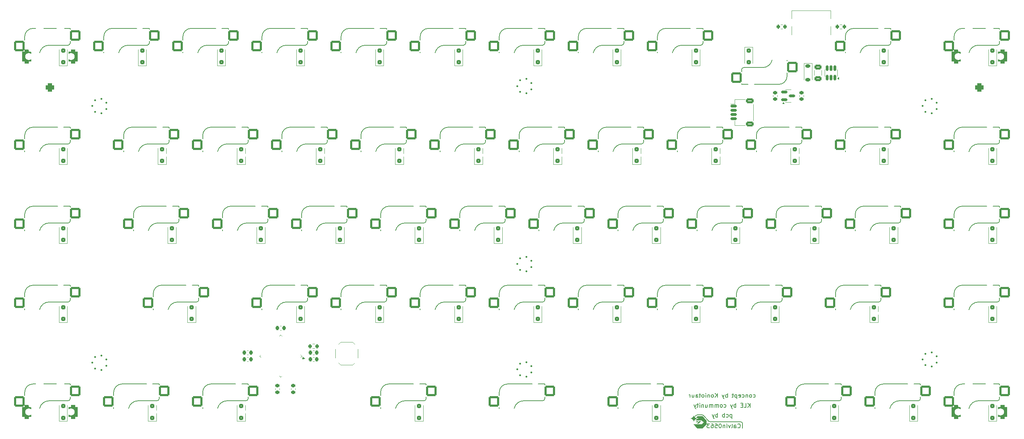
<source format=gbr>
%TF.GenerationSoftware,KiCad,Pcbnew,8.0.3*%
%TF.CreationDate,2024-09-04T21:35:23+02:00*%
%TF.ProjectId,alqaztraz,616c7161-7a74-4726-917a-2e6b69636164,rev?*%
%TF.SameCoordinates,Original*%
%TF.FileFunction,Legend,Bot*%
%TF.FilePolarity,Positive*%
%FSLAX46Y46*%
G04 Gerber Fmt 4.6, Leading zero omitted, Abs format (unit mm)*
G04 Created by KiCad (PCBNEW 8.0.3) date 2024-09-04 21:35:23*
%MOMM*%
%LPD*%
G01*
G04 APERTURE LIST*
G04 Aperture macros list*
%AMRoundRect*
0 Rectangle with rounded corners*
0 $1 Rounding radius*
0 $2 $3 $4 $5 $6 $7 $8 $9 X,Y pos of 4 corners*
0 Add a 4 corners polygon primitive as box body*
4,1,4,$2,$3,$4,$5,$6,$7,$8,$9,$2,$3,0*
0 Add four circle primitives for the rounded corners*
1,1,$1+$1,$2,$3*
1,1,$1+$1,$4,$5*
1,1,$1+$1,$6,$7*
1,1,$1+$1,$8,$9*
0 Add four rect primitives between the rounded corners*
20,1,$1+$1,$2,$3,$4,$5,0*
20,1,$1+$1,$4,$5,$6,$7,0*
20,1,$1+$1,$6,$7,$8,$9,0*
20,1,$1+$1,$8,$9,$2,$3,0*%
G04 Aperture macros list end*
%ADD10C,0.200000*%
%ADD11C,0.400000*%
%ADD12C,0.120000*%
%ADD13C,0.150000*%
%ADD14C,0.000000*%
%ADD15C,2.200000*%
%ADD16C,2.000000*%
%ADD17RoundRect,0.500000X0.500000X-0.500000X0.500000X0.500000X-0.500000X0.500000X-0.500000X-0.500000X0*%
%ADD18RoundRect,0.550000X0.550000X-1.150000X0.550000X1.150000X-0.550000X1.150000X-0.550000X-1.150000X0*%
%ADD19C,4.000000*%
%ADD20C,3.987800*%
%ADD21RoundRect,0.250000X0.300000X-0.300000X0.300000X0.300000X-0.300000X0.300000X-0.300000X-0.300000X0*%
%ADD22C,1.750000*%
%ADD23C,3.300000*%
%ADD24RoundRect,0.250000X1.025000X1.000000X-1.025000X1.000000X-1.025000X-1.000000X1.025000X-1.000000X0*%
%ADD25RoundRect,0.225000X-0.225000X-0.250000X0.225000X-0.250000X0.225000X0.250000X-0.225000X0.250000X0*%
%ADD26RoundRect,0.225000X0.250000X-0.225000X0.250000X0.225000X-0.250000X0.225000X-0.250000X-0.225000X0*%
%ADD27RoundRect,0.200000X-0.200000X-0.275000X0.200000X-0.275000X0.200000X0.275000X-0.200000X0.275000X0*%
%ADD28RoundRect,0.200000X0.200000X0.275000X-0.200000X0.275000X-0.200000X-0.275000X0.200000X-0.275000X0*%
%ADD29RoundRect,0.250000X-0.625000X0.375000X-0.625000X-0.375000X0.625000X-0.375000X0.625000X0.375000X0*%
%ADD30R,1.800000X1.100000*%
%ADD31RoundRect,0.150000X0.150000X-0.512500X0.150000X0.512500X-0.150000X0.512500X-0.150000X-0.512500X0*%
%ADD32RoundRect,0.225000X0.225000X0.250000X-0.225000X0.250000X-0.225000X-0.250000X0.225000X-0.250000X0*%
%ADD33RoundRect,0.225000X-0.375000X0.225000X-0.375000X-0.225000X0.375000X-0.225000X0.375000X0.225000X0*%
%ADD34C,0.650000*%
%ADD35R,0.600000X1.450000*%
%ADD36R,0.300000X1.450000*%
%ADD37O,1.000000X1.600000*%
%ADD38O,1.000000X2.100000*%
%ADD39RoundRect,0.250000X-1.025000X-1.000000X1.025000X-1.000000X1.025000X1.000000X-1.025000X1.000000X0*%
%ADD40RoundRect,0.250000X-0.300000X0.300000X-0.300000X-0.300000X0.300000X-0.300000X0.300000X0.300000X0*%
%ADD41RoundRect,0.225000X-0.250000X0.225000X-0.250000X-0.225000X0.250000X-0.225000X0.250000X0.225000X0*%
%ADD42RoundRect,0.075000X0.521491X-0.415425X-0.415425X0.521491X-0.521491X0.415425X0.415425X-0.521491X0*%
%ADD43RoundRect,0.075000X0.521491X0.415425X0.415425X0.521491X-0.521491X-0.415425X-0.415425X-0.521491X0*%
%ADD44RoundRect,0.150000X-0.625000X0.150000X-0.625000X-0.150000X0.625000X-0.150000X0.625000X0.150000X0*%
%ADD45RoundRect,0.250000X-0.650000X0.350000X-0.650000X-0.350000X0.650000X-0.350000X0.650000X0.350000X0*%
%ADD46RoundRect,0.150000X-0.587500X-0.150000X0.587500X-0.150000X0.587500X0.150000X-0.587500X0.150000X0*%
G04 APERTURE END LIST*
D10*
X196947611Y-119856250D02*
G75*
G02*
X197163822Y-119766673I216089J-215850D01*
G01*
X200322552Y-121443750D02*
X207664947Y-121443750D01*
X198354440Y-119766705D02*
G75*
G02*
X198570637Y-119856277I-40J-305795D01*
G01*
X207664947Y-121444142D02*
G75*
G02*
X208061858Y-121841018I153J-396758D01*
G01*
X198354440Y-119766705D02*
X197163812Y-119766705D01*
X200041919Y-121327508D02*
X198570661Y-119856250D01*
D11*
X157162500Y-107950000D02*
X157162500Y-107950000D01*
X157182467Y-109496242D02*
X157182467Y-109496242D01*
X155982231Y-110471279D02*
X155982231Y-110471279D01*
X154472872Y-110134976D02*
X154472872Y-110134976D01*
X153800121Y-108742615D02*
X153800121Y-108742615D01*
X154474652Y-107351115D02*
X154474652Y-107351115D01*
X155984440Y-107016742D02*
X155984440Y-107016742D01*
D10*
X208060968Y-122960155D02*
X208061823Y-121841018D01*
D11*
X254793750Y-44450000D02*
X254793750Y-44450000D01*
X254813717Y-45996242D02*
X254813717Y-45996242D01*
X253613481Y-46971279D02*
X253613481Y-46971279D01*
X252104122Y-46634976D02*
X252104122Y-46634976D01*
X251431371Y-45242615D02*
X251431371Y-45242615D01*
X252105902Y-43851115D02*
X252105902Y-43851115D01*
X253615690Y-43516742D02*
X253615690Y-43516742D01*
X254793750Y-105568750D02*
X254793750Y-105568750D01*
X254813717Y-107114992D02*
X254813717Y-107114992D01*
X253613481Y-108090029D02*
X253613481Y-108090029D01*
X252104122Y-107753726D02*
X252104122Y-107753726D01*
X251431371Y-106361365D02*
X251431371Y-106361365D01*
X252105902Y-104969865D02*
X252105902Y-104969865D01*
X253615690Y-104635492D02*
X253615690Y-104635492D01*
X157162500Y-82550000D02*
X157162500Y-82550000D01*
X157182467Y-84096242D02*
X157182467Y-84096242D01*
X155982231Y-85071279D02*
X155982231Y-85071279D01*
X154472872Y-84734976D02*
X154472872Y-84734976D01*
X153800121Y-83342615D02*
X153800121Y-83342615D01*
X154474652Y-81951115D02*
X154474652Y-81951115D01*
X155984440Y-81616742D02*
X155984440Y-81616742D01*
D10*
X196947611Y-119856250D02*
X196731400Y-120072461D01*
X200322552Y-121443750D02*
G75*
G02*
X200041919Y-121327508I-52J396750D01*
G01*
D11*
X54768750Y-106362500D02*
X54768750Y-106362500D01*
X54788717Y-107908742D02*
X54788717Y-107908742D01*
X53588481Y-108883779D02*
X53588481Y-108883779D01*
X52079122Y-108547476D02*
X52079122Y-108547476D01*
X51406371Y-107155115D02*
X51406371Y-107155115D01*
X52080902Y-105763615D02*
X52080902Y-105763615D01*
X53590690Y-105429242D02*
X53590690Y-105429242D01*
X54768750Y-44450000D02*
X54768750Y-44450000D01*
X54788717Y-45996242D02*
X54788717Y-45996242D01*
X53588481Y-46971279D02*
X53588481Y-46971279D01*
X52079122Y-46634976D02*
X52079122Y-46634976D01*
X51406371Y-45242615D02*
X51406371Y-45242615D01*
X52080902Y-43851115D02*
X52080902Y-43851115D01*
X53590690Y-43516742D02*
X53590690Y-43516742D01*
X157162500Y-39687500D02*
X157162500Y-39687500D01*
X157182467Y-41233742D02*
X157182467Y-41233742D01*
X155982231Y-42208779D02*
X155982231Y-42208779D01*
X154472872Y-41872476D02*
X154472872Y-41872476D01*
X153800121Y-40480115D02*
X153800121Y-40480115D01*
X154474652Y-39088615D02*
X154474652Y-39088615D01*
X155984440Y-38754242D02*
X155984440Y-38754242D01*
D10*
X206922075Y-122803230D02*
X206969694Y-122850850D01*
X206969694Y-122850850D02*
X207112551Y-122898469D01*
X207112551Y-122898469D02*
X207207789Y-122898469D01*
X207207789Y-122898469D02*
X207350646Y-122850850D01*
X207350646Y-122850850D02*
X207445884Y-122755611D01*
X207445884Y-122755611D02*
X207493503Y-122660373D01*
X207493503Y-122660373D02*
X207541122Y-122469897D01*
X207541122Y-122469897D02*
X207541122Y-122327040D01*
X207541122Y-122327040D02*
X207493503Y-122136564D01*
X207493503Y-122136564D02*
X207445884Y-122041326D01*
X207445884Y-122041326D02*
X207350646Y-121946088D01*
X207350646Y-121946088D02*
X207207789Y-121898469D01*
X207207789Y-121898469D02*
X207112551Y-121898469D01*
X207112551Y-121898469D02*
X206969694Y-121946088D01*
X206969694Y-121946088D02*
X206922075Y-121993707D01*
X206064932Y-122898469D02*
X206064932Y-122374659D01*
X206064932Y-122374659D02*
X206112551Y-122279421D01*
X206112551Y-122279421D02*
X206207789Y-122231802D01*
X206207789Y-122231802D02*
X206398265Y-122231802D01*
X206398265Y-122231802D02*
X206493503Y-122279421D01*
X206064932Y-122850850D02*
X206160170Y-122898469D01*
X206160170Y-122898469D02*
X206398265Y-122898469D01*
X206398265Y-122898469D02*
X206493503Y-122850850D01*
X206493503Y-122850850D02*
X206541122Y-122755611D01*
X206541122Y-122755611D02*
X206541122Y-122660373D01*
X206541122Y-122660373D02*
X206493503Y-122565135D01*
X206493503Y-122565135D02*
X206398265Y-122517516D01*
X206398265Y-122517516D02*
X206160170Y-122517516D01*
X206160170Y-122517516D02*
X206064932Y-122469897D01*
X205445884Y-122898469D02*
X205541122Y-122850850D01*
X205541122Y-122850850D02*
X205588741Y-122755611D01*
X205588741Y-122755611D02*
X205588741Y-121898469D01*
X205160169Y-122231802D02*
X204922074Y-122898469D01*
X204922074Y-122898469D02*
X204683979Y-122231802D01*
X204303026Y-122898469D02*
X204303026Y-122231802D01*
X204303026Y-121898469D02*
X204350645Y-121946088D01*
X204350645Y-121946088D02*
X204303026Y-121993707D01*
X204303026Y-121993707D02*
X204255407Y-121946088D01*
X204255407Y-121946088D02*
X204303026Y-121898469D01*
X204303026Y-121898469D02*
X204303026Y-121993707D01*
X203826836Y-122231802D02*
X203826836Y-122898469D01*
X203826836Y-122327040D02*
X203779217Y-122279421D01*
X203779217Y-122279421D02*
X203683979Y-122231802D01*
X203683979Y-122231802D02*
X203541122Y-122231802D01*
X203541122Y-122231802D02*
X203445884Y-122279421D01*
X203445884Y-122279421D02*
X203398265Y-122374659D01*
X203398265Y-122374659D02*
X203398265Y-122898469D01*
X202731598Y-121898469D02*
X202636360Y-121898469D01*
X202636360Y-121898469D02*
X202541122Y-121946088D01*
X202541122Y-121946088D02*
X202493503Y-121993707D01*
X202493503Y-121993707D02*
X202445884Y-122088945D01*
X202445884Y-122088945D02*
X202398265Y-122279421D01*
X202398265Y-122279421D02*
X202398265Y-122517516D01*
X202398265Y-122517516D02*
X202445884Y-122707992D01*
X202445884Y-122707992D02*
X202493503Y-122803230D01*
X202493503Y-122803230D02*
X202541122Y-122850850D01*
X202541122Y-122850850D02*
X202636360Y-122898469D01*
X202636360Y-122898469D02*
X202731598Y-122898469D01*
X202731598Y-122898469D02*
X202826836Y-122850850D01*
X202826836Y-122850850D02*
X202874455Y-122803230D01*
X202874455Y-122803230D02*
X202922074Y-122707992D01*
X202922074Y-122707992D02*
X202969693Y-122517516D01*
X202969693Y-122517516D02*
X202969693Y-122279421D01*
X202969693Y-122279421D02*
X202922074Y-122088945D01*
X202922074Y-122088945D02*
X202874455Y-121993707D01*
X202874455Y-121993707D02*
X202826836Y-121946088D01*
X202826836Y-121946088D02*
X202731598Y-121898469D01*
X201493503Y-121898469D02*
X201969693Y-121898469D01*
X201969693Y-121898469D02*
X202017312Y-122374659D01*
X202017312Y-122374659D02*
X201969693Y-122327040D01*
X201969693Y-122327040D02*
X201874455Y-122279421D01*
X201874455Y-122279421D02*
X201636360Y-122279421D01*
X201636360Y-122279421D02*
X201541122Y-122327040D01*
X201541122Y-122327040D02*
X201493503Y-122374659D01*
X201493503Y-122374659D02*
X201445884Y-122469897D01*
X201445884Y-122469897D02*
X201445884Y-122707992D01*
X201445884Y-122707992D02*
X201493503Y-122803230D01*
X201493503Y-122803230D02*
X201541122Y-122850850D01*
X201541122Y-122850850D02*
X201636360Y-122898469D01*
X201636360Y-122898469D02*
X201874455Y-122898469D01*
X201874455Y-122898469D02*
X201969693Y-122850850D01*
X201969693Y-122850850D02*
X202017312Y-122803230D01*
X200588741Y-121898469D02*
X200779217Y-121898469D01*
X200779217Y-121898469D02*
X200874455Y-121946088D01*
X200874455Y-121946088D02*
X200922074Y-121993707D01*
X200922074Y-121993707D02*
X201017312Y-122136564D01*
X201017312Y-122136564D02*
X201064931Y-122327040D01*
X201064931Y-122327040D02*
X201064931Y-122707992D01*
X201064931Y-122707992D02*
X201017312Y-122803230D01*
X201017312Y-122803230D02*
X200969693Y-122850850D01*
X200969693Y-122850850D02*
X200874455Y-122898469D01*
X200874455Y-122898469D02*
X200683979Y-122898469D01*
X200683979Y-122898469D02*
X200588741Y-122850850D01*
X200588741Y-122850850D02*
X200541122Y-122803230D01*
X200541122Y-122803230D02*
X200493503Y-122707992D01*
X200493503Y-122707992D02*
X200493503Y-122469897D01*
X200493503Y-122469897D02*
X200541122Y-122374659D01*
X200541122Y-122374659D02*
X200588741Y-122327040D01*
X200588741Y-122327040D02*
X200683979Y-122279421D01*
X200683979Y-122279421D02*
X200874455Y-122279421D01*
X200874455Y-122279421D02*
X200969693Y-122327040D01*
X200969693Y-122327040D02*
X201017312Y-122374659D01*
X201017312Y-122374659D02*
X201064931Y-122469897D01*
X200160169Y-121898469D02*
X199541122Y-121898469D01*
X199541122Y-121898469D02*
X199874455Y-122279421D01*
X199874455Y-122279421D02*
X199731598Y-122279421D01*
X199731598Y-122279421D02*
X199636360Y-122327040D01*
X199636360Y-122327040D02*
X199588741Y-122374659D01*
X199588741Y-122374659D02*
X199541122Y-122469897D01*
X199541122Y-122469897D02*
X199541122Y-122707992D01*
X199541122Y-122707992D02*
X199588741Y-122803230D01*
X199588741Y-122803230D02*
X199636360Y-122850850D01*
X199636360Y-122850850D02*
X199731598Y-122898469D01*
X199731598Y-122898469D02*
X200017312Y-122898469D01*
X200017312Y-122898469D02*
X200112550Y-122850850D01*
X200112550Y-122850850D02*
X200160169Y-122803230D01*
X209938095Y-117927219D02*
X209938095Y-116927219D01*
X209366667Y-117927219D02*
X209795238Y-117355790D01*
X209366667Y-116927219D02*
X209938095Y-117498647D01*
X208461905Y-117927219D02*
X208938095Y-117927219D01*
X208938095Y-117927219D02*
X208938095Y-116927219D01*
X208128571Y-117403409D02*
X207795238Y-117403409D01*
X207652381Y-117927219D02*
X208128571Y-117927219D01*
X208128571Y-117927219D02*
X208128571Y-116927219D01*
X208128571Y-116927219D02*
X207652381Y-116927219D01*
X206461904Y-117927219D02*
X206461904Y-116927219D01*
X206461904Y-117308171D02*
X206366666Y-117260552D01*
X206366666Y-117260552D02*
X206176190Y-117260552D01*
X206176190Y-117260552D02*
X206080952Y-117308171D01*
X206080952Y-117308171D02*
X206033333Y-117355790D01*
X206033333Y-117355790D02*
X205985714Y-117451028D01*
X205985714Y-117451028D02*
X205985714Y-117736742D01*
X205985714Y-117736742D02*
X206033333Y-117831980D01*
X206033333Y-117831980D02*
X206080952Y-117879600D01*
X206080952Y-117879600D02*
X206176190Y-117927219D01*
X206176190Y-117927219D02*
X206366666Y-117927219D01*
X206366666Y-117927219D02*
X206461904Y-117879600D01*
X205652380Y-117260552D02*
X205414285Y-117927219D01*
X205176190Y-117260552D02*
X205414285Y-117927219D01*
X205414285Y-117927219D02*
X205509523Y-118165314D01*
X205509523Y-118165314D02*
X205557142Y-118212933D01*
X205557142Y-118212933D02*
X205652380Y-118260552D01*
X203604761Y-117879600D02*
X203699999Y-117927219D01*
X203699999Y-117927219D02*
X203890475Y-117927219D01*
X203890475Y-117927219D02*
X203985713Y-117879600D01*
X203985713Y-117879600D02*
X204033332Y-117831980D01*
X204033332Y-117831980D02*
X204080951Y-117736742D01*
X204080951Y-117736742D02*
X204080951Y-117451028D01*
X204080951Y-117451028D02*
X204033332Y-117355790D01*
X204033332Y-117355790D02*
X203985713Y-117308171D01*
X203985713Y-117308171D02*
X203890475Y-117260552D01*
X203890475Y-117260552D02*
X203699999Y-117260552D01*
X203699999Y-117260552D02*
X203604761Y-117308171D01*
X203033332Y-117927219D02*
X203128570Y-117879600D01*
X203128570Y-117879600D02*
X203176189Y-117831980D01*
X203176189Y-117831980D02*
X203223808Y-117736742D01*
X203223808Y-117736742D02*
X203223808Y-117451028D01*
X203223808Y-117451028D02*
X203176189Y-117355790D01*
X203176189Y-117355790D02*
X203128570Y-117308171D01*
X203128570Y-117308171D02*
X203033332Y-117260552D01*
X203033332Y-117260552D02*
X202890475Y-117260552D01*
X202890475Y-117260552D02*
X202795237Y-117308171D01*
X202795237Y-117308171D02*
X202747618Y-117355790D01*
X202747618Y-117355790D02*
X202699999Y-117451028D01*
X202699999Y-117451028D02*
X202699999Y-117736742D01*
X202699999Y-117736742D02*
X202747618Y-117831980D01*
X202747618Y-117831980D02*
X202795237Y-117879600D01*
X202795237Y-117879600D02*
X202890475Y-117927219D01*
X202890475Y-117927219D02*
X203033332Y-117927219D01*
X202271427Y-117927219D02*
X202271427Y-117260552D01*
X202271427Y-117355790D02*
X202223808Y-117308171D01*
X202223808Y-117308171D02*
X202128570Y-117260552D01*
X202128570Y-117260552D02*
X201985713Y-117260552D01*
X201985713Y-117260552D02*
X201890475Y-117308171D01*
X201890475Y-117308171D02*
X201842856Y-117403409D01*
X201842856Y-117403409D02*
X201842856Y-117927219D01*
X201842856Y-117403409D02*
X201795237Y-117308171D01*
X201795237Y-117308171D02*
X201699999Y-117260552D01*
X201699999Y-117260552D02*
X201557142Y-117260552D01*
X201557142Y-117260552D02*
X201461903Y-117308171D01*
X201461903Y-117308171D02*
X201414284Y-117403409D01*
X201414284Y-117403409D02*
X201414284Y-117927219D01*
X200938094Y-117927219D02*
X200938094Y-117260552D01*
X200938094Y-117355790D02*
X200890475Y-117308171D01*
X200890475Y-117308171D02*
X200795237Y-117260552D01*
X200795237Y-117260552D02*
X200652380Y-117260552D01*
X200652380Y-117260552D02*
X200557142Y-117308171D01*
X200557142Y-117308171D02*
X200509523Y-117403409D01*
X200509523Y-117403409D02*
X200509523Y-117927219D01*
X200509523Y-117403409D02*
X200461904Y-117308171D01*
X200461904Y-117308171D02*
X200366666Y-117260552D01*
X200366666Y-117260552D02*
X200223809Y-117260552D01*
X200223809Y-117260552D02*
X200128570Y-117308171D01*
X200128570Y-117308171D02*
X200080951Y-117403409D01*
X200080951Y-117403409D02*
X200080951Y-117927219D01*
X199176190Y-117260552D02*
X199176190Y-117927219D01*
X199604761Y-117260552D02*
X199604761Y-117784361D01*
X199604761Y-117784361D02*
X199557142Y-117879600D01*
X199557142Y-117879600D02*
X199461904Y-117927219D01*
X199461904Y-117927219D02*
X199319047Y-117927219D01*
X199319047Y-117927219D02*
X199223809Y-117879600D01*
X199223809Y-117879600D02*
X199176190Y-117831980D01*
X198699999Y-117260552D02*
X198699999Y-117927219D01*
X198699999Y-117355790D02*
X198652380Y-117308171D01*
X198652380Y-117308171D02*
X198557142Y-117260552D01*
X198557142Y-117260552D02*
X198414285Y-117260552D01*
X198414285Y-117260552D02*
X198319047Y-117308171D01*
X198319047Y-117308171D02*
X198271428Y-117403409D01*
X198271428Y-117403409D02*
X198271428Y-117927219D01*
X197795237Y-117927219D02*
X197795237Y-117260552D01*
X197795237Y-116927219D02*
X197842856Y-116974838D01*
X197842856Y-116974838D02*
X197795237Y-117022457D01*
X197795237Y-117022457D02*
X197747618Y-116974838D01*
X197747618Y-116974838D02*
X197795237Y-116927219D01*
X197795237Y-116927219D02*
X197795237Y-117022457D01*
X197461904Y-117260552D02*
X197080952Y-117260552D01*
X197319047Y-116927219D02*
X197319047Y-117784361D01*
X197319047Y-117784361D02*
X197271428Y-117879600D01*
X197271428Y-117879600D02*
X197176190Y-117927219D01*
X197176190Y-117927219D02*
X197080952Y-117927219D01*
X196842856Y-117260552D02*
X196604761Y-117927219D01*
X196366666Y-117260552D02*
X196604761Y-117927219D01*
X196604761Y-117927219D02*
X196699999Y-118165314D01*
X196699999Y-118165314D02*
X196747618Y-118212933D01*
X196747618Y-118212933D02*
X196842856Y-118260552D01*
X205509523Y-119641802D02*
X205509523Y-120641802D01*
X205509523Y-119689421D02*
X205414285Y-119641802D01*
X205414285Y-119641802D02*
X205223809Y-119641802D01*
X205223809Y-119641802D02*
X205128571Y-119689421D01*
X205128571Y-119689421D02*
X205080952Y-119737040D01*
X205080952Y-119737040D02*
X205033333Y-119832278D01*
X205033333Y-119832278D02*
X205033333Y-120117992D01*
X205033333Y-120117992D02*
X205080952Y-120213230D01*
X205080952Y-120213230D02*
X205128571Y-120260850D01*
X205128571Y-120260850D02*
X205223809Y-120308469D01*
X205223809Y-120308469D02*
X205414285Y-120308469D01*
X205414285Y-120308469D02*
X205509523Y-120260850D01*
X204176190Y-120260850D02*
X204271428Y-120308469D01*
X204271428Y-120308469D02*
X204461904Y-120308469D01*
X204461904Y-120308469D02*
X204557142Y-120260850D01*
X204557142Y-120260850D02*
X204604761Y-120213230D01*
X204604761Y-120213230D02*
X204652380Y-120117992D01*
X204652380Y-120117992D02*
X204652380Y-119832278D01*
X204652380Y-119832278D02*
X204604761Y-119737040D01*
X204604761Y-119737040D02*
X204557142Y-119689421D01*
X204557142Y-119689421D02*
X204461904Y-119641802D01*
X204461904Y-119641802D02*
X204271428Y-119641802D01*
X204271428Y-119641802D02*
X204176190Y-119689421D01*
X203747618Y-120308469D02*
X203747618Y-119308469D01*
X203747618Y-119689421D02*
X203652380Y-119641802D01*
X203652380Y-119641802D02*
X203461904Y-119641802D01*
X203461904Y-119641802D02*
X203366666Y-119689421D01*
X203366666Y-119689421D02*
X203319047Y-119737040D01*
X203319047Y-119737040D02*
X203271428Y-119832278D01*
X203271428Y-119832278D02*
X203271428Y-120117992D01*
X203271428Y-120117992D02*
X203319047Y-120213230D01*
X203319047Y-120213230D02*
X203366666Y-120260850D01*
X203366666Y-120260850D02*
X203461904Y-120308469D01*
X203461904Y-120308469D02*
X203652380Y-120308469D01*
X203652380Y-120308469D02*
X203747618Y-120260850D01*
X202080951Y-120308469D02*
X202080951Y-119308469D01*
X202080951Y-119689421D02*
X201985713Y-119641802D01*
X201985713Y-119641802D02*
X201795237Y-119641802D01*
X201795237Y-119641802D02*
X201699999Y-119689421D01*
X201699999Y-119689421D02*
X201652380Y-119737040D01*
X201652380Y-119737040D02*
X201604761Y-119832278D01*
X201604761Y-119832278D02*
X201604761Y-120117992D01*
X201604761Y-120117992D02*
X201652380Y-120213230D01*
X201652380Y-120213230D02*
X201699999Y-120260850D01*
X201699999Y-120260850D02*
X201795237Y-120308469D01*
X201795237Y-120308469D02*
X201985713Y-120308469D01*
X201985713Y-120308469D02*
X202080951Y-120260850D01*
X201271427Y-119641802D02*
X201033332Y-120308469D01*
X200795237Y-119641802D02*
X201033332Y-120308469D01*
X201033332Y-120308469D02*
X201128570Y-120546564D01*
X201128570Y-120546564D02*
X201176189Y-120594183D01*
X201176189Y-120594183D02*
X201271427Y-120641802D01*
X210652382Y-115498350D02*
X210747620Y-115545969D01*
X210747620Y-115545969D02*
X210938096Y-115545969D01*
X210938096Y-115545969D02*
X211033334Y-115498350D01*
X211033334Y-115498350D02*
X211080953Y-115450730D01*
X211080953Y-115450730D02*
X211128572Y-115355492D01*
X211128572Y-115355492D02*
X211128572Y-115069778D01*
X211128572Y-115069778D02*
X211080953Y-114974540D01*
X211080953Y-114974540D02*
X211033334Y-114926921D01*
X211033334Y-114926921D02*
X210938096Y-114879302D01*
X210938096Y-114879302D02*
X210747620Y-114879302D01*
X210747620Y-114879302D02*
X210652382Y-114926921D01*
X210080953Y-115545969D02*
X210176191Y-115498350D01*
X210176191Y-115498350D02*
X210223810Y-115450730D01*
X210223810Y-115450730D02*
X210271429Y-115355492D01*
X210271429Y-115355492D02*
X210271429Y-115069778D01*
X210271429Y-115069778D02*
X210223810Y-114974540D01*
X210223810Y-114974540D02*
X210176191Y-114926921D01*
X210176191Y-114926921D02*
X210080953Y-114879302D01*
X210080953Y-114879302D02*
X209938096Y-114879302D01*
X209938096Y-114879302D02*
X209842858Y-114926921D01*
X209842858Y-114926921D02*
X209795239Y-114974540D01*
X209795239Y-114974540D02*
X209747620Y-115069778D01*
X209747620Y-115069778D02*
X209747620Y-115355492D01*
X209747620Y-115355492D02*
X209795239Y-115450730D01*
X209795239Y-115450730D02*
X209842858Y-115498350D01*
X209842858Y-115498350D02*
X209938096Y-115545969D01*
X209938096Y-115545969D02*
X210080953Y-115545969D01*
X209319048Y-114879302D02*
X209319048Y-115545969D01*
X209319048Y-114974540D02*
X209271429Y-114926921D01*
X209271429Y-114926921D02*
X209176191Y-114879302D01*
X209176191Y-114879302D02*
X209033334Y-114879302D01*
X209033334Y-114879302D02*
X208938096Y-114926921D01*
X208938096Y-114926921D02*
X208890477Y-115022159D01*
X208890477Y-115022159D02*
X208890477Y-115545969D01*
X207985715Y-115498350D02*
X208080953Y-115545969D01*
X208080953Y-115545969D02*
X208271429Y-115545969D01*
X208271429Y-115545969D02*
X208366667Y-115498350D01*
X208366667Y-115498350D02*
X208414286Y-115450730D01*
X208414286Y-115450730D02*
X208461905Y-115355492D01*
X208461905Y-115355492D02*
X208461905Y-115069778D01*
X208461905Y-115069778D02*
X208414286Y-114974540D01*
X208414286Y-114974540D02*
X208366667Y-114926921D01*
X208366667Y-114926921D02*
X208271429Y-114879302D01*
X208271429Y-114879302D02*
X208080953Y-114879302D01*
X208080953Y-114879302D02*
X207985715Y-114926921D01*
X207176191Y-115498350D02*
X207271429Y-115545969D01*
X207271429Y-115545969D02*
X207461905Y-115545969D01*
X207461905Y-115545969D02*
X207557143Y-115498350D01*
X207557143Y-115498350D02*
X207604762Y-115403111D01*
X207604762Y-115403111D02*
X207604762Y-115022159D01*
X207604762Y-115022159D02*
X207557143Y-114926921D01*
X207557143Y-114926921D02*
X207461905Y-114879302D01*
X207461905Y-114879302D02*
X207271429Y-114879302D01*
X207271429Y-114879302D02*
X207176191Y-114926921D01*
X207176191Y-114926921D02*
X207128572Y-115022159D01*
X207128572Y-115022159D02*
X207128572Y-115117397D01*
X207128572Y-115117397D02*
X207604762Y-115212635D01*
X206700000Y-114879302D02*
X206700000Y-115879302D01*
X206700000Y-114926921D02*
X206604762Y-114879302D01*
X206604762Y-114879302D02*
X206414286Y-114879302D01*
X206414286Y-114879302D02*
X206319048Y-114926921D01*
X206319048Y-114926921D02*
X206271429Y-114974540D01*
X206271429Y-114974540D02*
X206223810Y-115069778D01*
X206223810Y-115069778D02*
X206223810Y-115355492D01*
X206223810Y-115355492D02*
X206271429Y-115450730D01*
X206271429Y-115450730D02*
X206319048Y-115498350D01*
X206319048Y-115498350D02*
X206414286Y-115545969D01*
X206414286Y-115545969D02*
X206604762Y-115545969D01*
X206604762Y-115545969D02*
X206700000Y-115498350D01*
X205938095Y-114879302D02*
X205557143Y-114879302D01*
X205795238Y-114545969D02*
X205795238Y-115403111D01*
X205795238Y-115403111D02*
X205747619Y-115498350D01*
X205747619Y-115498350D02*
X205652381Y-115545969D01*
X205652381Y-115545969D02*
X205557143Y-115545969D01*
X204461904Y-115545969D02*
X204461904Y-114545969D01*
X204461904Y-114926921D02*
X204366666Y-114879302D01*
X204366666Y-114879302D02*
X204176190Y-114879302D01*
X204176190Y-114879302D02*
X204080952Y-114926921D01*
X204080952Y-114926921D02*
X204033333Y-114974540D01*
X204033333Y-114974540D02*
X203985714Y-115069778D01*
X203985714Y-115069778D02*
X203985714Y-115355492D01*
X203985714Y-115355492D02*
X204033333Y-115450730D01*
X204033333Y-115450730D02*
X204080952Y-115498350D01*
X204080952Y-115498350D02*
X204176190Y-115545969D01*
X204176190Y-115545969D02*
X204366666Y-115545969D01*
X204366666Y-115545969D02*
X204461904Y-115498350D01*
X203652380Y-114879302D02*
X203414285Y-115545969D01*
X203176190Y-114879302D02*
X203414285Y-115545969D01*
X203414285Y-115545969D02*
X203509523Y-115784064D01*
X203509523Y-115784064D02*
X203557142Y-115831683D01*
X203557142Y-115831683D02*
X203652380Y-115879302D01*
X202033332Y-115545969D02*
X202033332Y-114545969D01*
X201461904Y-115545969D02*
X201890475Y-114974540D01*
X201461904Y-114545969D02*
X202033332Y-115117397D01*
X200890475Y-115545969D02*
X200985713Y-115498350D01*
X200985713Y-115498350D02*
X201033332Y-115450730D01*
X201033332Y-115450730D02*
X201080951Y-115355492D01*
X201080951Y-115355492D02*
X201080951Y-115069778D01*
X201080951Y-115069778D02*
X201033332Y-114974540D01*
X201033332Y-114974540D02*
X200985713Y-114926921D01*
X200985713Y-114926921D02*
X200890475Y-114879302D01*
X200890475Y-114879302D02*
X200747618Y-114879302D01*
X200747618Y-114879302D02*
X200652380Y-114926921D01*
X200652380Y-114926921D02*
X200604761Y-114974540D01*
X200604761Y-114974540D02*
X200557142Y-115069778D01*
X200557142Y-115069778D02*
X200557142Y-115355492D01*
X200557142Y-115355492D02*
X200604761Y-115450730D01*
X200604761Y-115450730D02*
X200652380Y-115498350D01*
X200652380Y-115498350D02*
X200747618Y-115545969D01*
X200747618Y-115545969D02*
X200890475Y-115545969D01*
X200128570Y-114879302D02*
X200128570Y-115545969D01*
X200128570Y-114974540D02*
X200080951Y-114926921D01*
X200080951Y-114926921D02*
X199985713Y-114879302D01*
X199985713Y-114879302D02*
X199842856Y-114879302D01*
X199842856Y-114879302D02*
X199747618Y-114926921D01*
X199747618Y-114926921D02*
X199699999Y-115022159D01*
X199699999Y-115022159D02*
X199699999Y-115545969D01*
X199223808Y-115545969D02*
X199223808Y-114879302D01*
X199223808Y-114545969D02*
X199271427Y-114593588D01*
X199271427Y-114593588D02*
X199223808Y-114641207D01*
X199223808Y-114641207D02*
X199176189Y-114593588D01*
X199176189Y-114593588D02*
X199223808Y-114545969D01*
X199223808Y-114545969D02*
X199223808Y-114641207D01*
X198604761Y-115545969D02*
X198699999Y-115498350D01*
X198699999Y-115498350D02*
X198747618Y-115450730D01*
X198747618Y-115450730D02*
X198795237Y-115355492D01*
X198795237Y-115355492D02*
X198795237Y-115069778D01*
X198795237Y-115069778D02*
X198747618Y-114974540D01*
X198747618Y-114974540D02*
X198699999Y-114926921D01*
X198699999Y-114926921D02*
X198604761Y-114879302D01*
X198604761Y-114879302D02*
X198461904Y-114879302D01*
X198461904Y-114879302D02*
X198366666Y-114926921D01*
X198366666Y-114926921D02*
X198319047Y-114974540D01*
X198319047Y-114974540D02*
X198271428Y-115069778D01*
X198271428Y-115069778D02*
X198271428Y-115355492D01*
X198271428Y-115355492D02*
X198319047Y-115450730D01*
X198319047Y-115450730D02*
X198366666Y-115498350D01*
X198366666Y-115498350D02*
X198461904Y-115545969D01*
X198461904Y-115545969D02*
X198604761Y-115545969D01*
X197985713Y-114879302D02*
X197604761Y-114879302D01*
X197842856Y-114545969D02*
X197842856Y-115403111D01*
X197842856Y-115403111D02*
X197795237Y-115498350D01*
X197795237Y-115498350D02*
X197699999Y-115545969D01*
X197699999Y-115545969D02*
X197604761Y-115545969D01*
X196842856Y-115545969D02*
X196842856Y-115022159D01*
X196842856Y-115022159D02*
X196890475Y-114926921D01*
X196890475Y-114926921D02*
X196985713Y-114879302D01*
X196985713Y-114879302D02*
X197176189Y-114879302D01*
X197176189Y-114879302D02*
X197271427Y-114926921D01*
X196842856Y-115498350D02*
X196938094Y-115545969D01*
X196938094Y-115545969D02*
X197176189Y-115545969D01*
X197176189Y-115545969D02*
X197271427Y-115498350D01*
X197271427Y-115498350D02*
X197319046Y-115403111D01*
X197319046Y-115403111D02*
X197319046Y-115307873D01*
X197319046Y-115307873D02*
X197271427Y-115212635D01*
X197271427Y-115212635D02*
X197176189Y-115165016D01*
X197176189Y-115165016D02*
X196938094Y-115165016D01*
X196938094Y-115165016D02*
X196842856Y-115117397D01*
X195938094Y-114879302D02*
X195938094Y-115545969D01*
X196366665Y-114879302D02*
X196366665Y-115403111D01*
X196366665Y-115403111D02*
X196319046Y-115498350D01*
X196319046Y-115498350D02*
X196223808Y-115545969D01*
X196223808Y-115545969D02*
X196080951Y-115545969D01*
X196080951Y-115545969D02*
X195985713Y-115498350D01*
X195985713Y-115498350D02*
X195938094Y-115450730D01*
X195461903Y-115545969D02*
X195461903Y-114879302D01*
X195461903Y-115069778D02*
X195414284Y-114974540D01*
X195414284Y-114974540D02*
X195366665Y-114926921D01*
X195366665Y-114926921D02*
X195271427Y-114879302D01*
X195271427Y-114879302D02*
X195176189Y-114879302D01*
D12*
%TO.C,D55*%
X267287500Y-117412500D02*
X267287500Y-121272500D01*
X267287500Y-121272500D02*
X269287500Y-121272500D01*
X269287500Y-117412500D02*
X269287500Y-121272500D01*
D13*
%TO.C,MX54*%
X239977324Y-114312280D02*
X239977324Y-115112280D01*
X239977324Y-118202280D02*
X239977324Y-117962280D01*
X245862500Y-116362280D02*
X250427324Y-116362280D01*
X247877324Y-112312280D02*
X241977324Y-112312280D01*
X250927324Y-112312280D02*
X249377324Y-112312280D01*
X250927324Y-112542280D02*
X250927324Y-112312280D01*
X250927324Y-115862280D02*
X250927324Y-115392280D01*
X239977324Y-114312280D02*
G75*
G02*
X241977324Y-112312280I2000005J-5D01*
G01*
X243568178Y-118202280D02*
G75*
G02*
X245862500Y-116362280I2293456J-509332D01*
G01*
X250927324Y-115862280D02*
G75*
G02*
X250427324Y-116362280I-500001J1D01*
G01*
D12*
%TO.C,D54*%
X248237500Y-117412500D02*
X248237500Y-121272500D01*
X248237500Y-121272500D02*
X250237500Y-121272500D01*
X250237500Y-117412500D02*
X250237500Y-121272500D01*
D13*
%TO.C,MX27*%
X82814824Y-71449780D02*
X82814824Y-72249780D01*
X82814824Y-75339780D02*
X82814824Y-75099780D01*
X88700000Y-73499780D02*
X93264824Y-73499780D01*
X90714824Y-69449780D02*
X84814824Y-69449780D01*
X93764824Y-69449780D02*
X92214824Y-69449780D01*
X93764824Y-69679780D02*
X93764824Y-69449780D01*
X93764824Y-72999780D02*
X93764824Y-72529780D01*
X82814824Y-71449780D02*
G75*
G02*
X84814824Y-69449780I2000005J-5D01*
G01*
X86405678Y-75339780D02*
G75*
G02*
X88700000Y-73499780I2293456J-509332D01*
G01*
X93764824Y-72999780D02*
G75*
G02*
X93264824Y-73499780I-500001J1D01*
G01*
D12*
%TO.C,D8*%
X176800000Y-31687500D02*
X176800000Y-35547500D01*
X176800000Y-35547500D02*
X178800000Y-35547500D01*
X178800000Y-31687500D02*
X178800000Y-35547500D01*
D13*
%TO.C,MX18*%
X135202324Y-52399780D02*
X135202324Y-53199780D01*
X135202324Y-56289780D02*
X135202324Y-56049780D01*
X141087500Y-54449780D02*
X145652324Y-54449780D01*
X143102324Y-50399780D02*
X137202324Y-50399780D01*
X146152324Y-50399780D02*
X144602324Y-50399780D01*
X146152324Y-50629780D02*
X146152324Y-50399780D01*
X146152324Y-53949780D02*
X146152324Y-53479780D01*
X135202324Y-52399780D02*
G75*
G02*
X137202324Y-50399780I2000005J-5D01*
G01*
X138793178Y-56289780D02*
G75*
G02*
X141087500Y-54449780I2293456J-509332D01*
G01*
X146152324Y-53949780D02*
G75*
G02*
X145652324Y-54449780I-500001J1D01*
G01*
%TO.C,MX20*%
X173302324Y-52399780D02*
X173302324Y-53199780D01*
X173302324Y-56289780D02*
X173302324Y-56049780D01*
X179187500Y-54449780D02*
X183752324Y-54449780D01*
X181202324Y-50399780D02*
X175302324Y-50399780D01*
X184252324Y-50399780D02*
X182702324Y-50399780D01*
X184252324Y-50629780D02*
X184252324Y-50399780D01*
X184252324Y-53949780D02*
X184252324Y-53479780D01*
X173302324Y-52399780D02*
G75*
G02*
X175302324Y-50399780I2000005J-5D01*
G01*
X176893178Y-56289780D02*
G75*
G02*
X179187500Y-54449780I2293456J-509332D01*
G01*
X184252324Y-53949780D02*
G75*
G02*
X183752324Y-54449780I-500001J1D01*
G01*
D12*
%TO.C,D21*%
X200612500Y-55500000D02*
X200612500Y-59360000D01*
X200612500Y-59360000D02*
X202612500Y-59360000D01*
X202612500Y-55500000D02*
X202612500Y-59360000D01*
%TO.C,D30*%
X148225000Y-74550000D02*
X148225000Y-78410000D01*
X148225000Y-78410000D02*
X150225000Y-78410000D01*
X150225000Y-74550000D02*
X150225000Y-78410000D01*
%TO.C,D19*%
X162512500Y-55500000D02*
X162512500Y-59360000D01*
X162512500Y-59360000D02*
X164512500Y-59360000D01*
X164512500Y-55500000D02*
X164512500Y-59360000D01*
%TO.C,D42*%
X157750000Y-93600000D02*
X157750000Y-97460000D01*
X157750000Y-97460000D02*
X159750000Y-97460000D01*
X159750000Y-93600000D02*
X159750000Y-97460000D01*
%TO.C,C11*%
X96996830Y-98315000D02*
X96715670Y-98315000D01*
X96996830Y-99335000D02*
X96715670Y-99335000D01*
D13*
%TO.C,MX51*%
X120914824Y-114312280D02*
X120914824Y-115112280D01*
X120914824Y-118202280D02*
X120914824Y-117962280D01*
X126800000Y-116362280D02*
X131364824Y-116362280D01*
X128814824Y-112312280D02*
X122914824Y-112312280D01*
X131864824Y-112312280D02*
X130314824Y-112312280D01*
X131864824Y-112542280D02*
X131864824Y-112312280D01*
X131864824Y-115862280D02*
X131864824Y-115392280D01*
X120914824Y-114312280D02*
G75*
G02*
X122914824Y-112312280I2000005J-5D01*
G01*
X124505678Y-118202280D02*
G75*
G02*
X126800000Y-116362280I2293456J-509332D01*
G01*
X131864824Y-115862280D02*
G75*
G02*
X131364824Y-116362280I-500001J1D01*
G01*
%TO.C,MX24*%
X259027324Y-52399780D02*
X259027324Y-53199780D01*
X259027324Y-56289780D02*
X259027324Y-56049780D01*
X264912500Y-54449780D02*
X269477324Y-54449780D01*
X266927324Y-50399780D02*
X261027324Y-50399780D01*
X269977324Y-50399780D02*
X268427324Y-50399780D01*
X269977324Y-50629780D02*
X269977324Y-50399780D01*
X269977324Y-53949780D02*
X269977324Y-53479780D01*
X259027324Y-52399780D02*
G75*
G02*
X261027324Y-50399780I2000005J-5D01*
G01*
X262618178Y-56289780D02*
G75*
G02*
X264912500Y-54449780I2293456J-509332D01*
G01*
X269977324Y-53949780D02*
G75*
G02*
X269477324Y-54449780I-500001J1D01*
G01*
D12*
%TO.C,C2*%
X221740000Y-42721920D02*
X221740000Y-43003080D01*
X222760000Y-42721920D02*
X222760000Y-43003080D01*
%TO.C,R2*%
X232012258Y-25671250D02*
X231537742Y-25671250D01*
X232012258Y-26716250D02*
X231537742Y-26716250D01*
D13*
%TO.C,MX7*%
X149489824Y-28587280D02*
X149489824Y-29387280D01*
X149489824Y-32477280D02*
X149489824Y-32237280D01*
X155375000Y-30637280D02*
X159939824Y-30637280D01*
X157389824Y-26587280D02*
X151489824Y-26587280D01*
X160439824Y-26587280D02*
X158889824Y-26587280D01*
X160439824Y-26817280D02*
X160439824Y-26587280D01*
X160439824Y-30137280D02*
X160439824Y-29667280D01*
X149489824Y-28587280D02*
G75*
G02*
X151489824Y-26587280I2000005J-5D01*
G01*
X153080678Y-32477280D02*
G75*
G02*
X155375000Y-30637280I2293456J-509332D01*
G01*
X160439824Y-30137280D02*
G75*
G02*
X159939824Y-30637280I-500001J1D01*
G01*
D12*
%TO.C,R3*%
X104537742Y-102665000D02*
X105012258Y-102665000D01*
X104537742Y-103710000D02*
X105012258Y-103710000D01*
D13*
%TO.C,MX46*%
X230452324Y-90499780D02*
X230452324Y-91299780D01*
X230452324Y-94389780D02*
X230452324Y-94149780D01*
X236337500Y-92549780D02*
X240902324Y-92549780D01*
X238352324Y-88499780D02*
X232452324Y-88499780D01*
X241402324Y-88499780D02*
X239852324Y-88499780D01*
X241402324Y-88729780D02*
X241402324Y-88499780D01*
X241402324Y-92049780D02*
X241402324Y-91579780D01*
X230452324Y-90499780D02*
G75*
G02*
X232452324Y-88499780I2000005J-5D01*
G01*
X234043178Y-94389780D02*
G75*
G02*
X236337500Y-92549780I2293456J-509332D01*
G01*
X241402324Y-92049780D02*
G75*
G02*
X240902324Y-92549780I-500001J1D01*
G01*
%TO.C,MX29*%
X120914824Y-71449780D02*
X120914824Y-72249780D01*
X120914824Y-75339780D02*
X120914824Y-75099780D01*
X126800000Y-73499780D02*
X131364824Y-73499780D01*
X128814824Y-69449780D02*
X122914824Y-69449780D01*
X131864824Y-69449780D02*
X130314824Y-69449780D01*
X131864824Y-69679780D02*
X131864824Y-69449780D01*
X131864824Y-72999780D02*
X131864824Y-72529780D01*
X120914824Y-71449780D02*
G75*
G02*
X122914824Y-69449780I2000005J-5D01*
G01*
X124505678Y-75339780D02*
G75*
G02*
X126800000Y-73499780I2293456J-509332D01*
G01*
X131864824Y-72999780D02*
G75*
G02*
X131364824Y-73499780I-500001J1D01*
G01*
D12*
%TO.C,D25*%
X43450000Y-74550000D02*
X43450000Y-78410000D01*
X43450000Y-78410000D02*
X45450000Y-78410000D01*
X45450000Y-74550000D02*
X45450000Y-78410000D01*
%TO.C,D45*%
X214900000Y-93600000D02*
X214900000Y-97460000D01*
X214900000Y-97460000D02*
X216900000Y-97460000D01*
X216900000Y-93600000D02*
X216900000Y-97460000D01*
%TO.C,D35*%
X243475000Y-74550000D02*
X243475000Y-78410000D01*
X243475000Y-78410000D02*
X245475000Y-78410000D01*
X245475000Y-74550000D02*
X245475000Y-78410000D01*
%TO.C,D9*%
X195850000Y-31687500D02*
X195850000Y-35547500D01*
X195850000Y-35547500D02*
X197850000Y-35547500D01*
X197850000Y-31687500D02*
X197850000Y-35547500D01*
%TO.C,D39*%
X100600000Y-93600000D02*
X100600000Y-97460000D01*
X100600000Y-97460000D02*
X102600000Y-97460000D01*
X102600000Y-93600000D02*
X102600000Y-97460000D01*
D13*
%TO.C,MX38*%
X66146074Y-90499780D02*
X66146074Y-91299780D01*
X66146074Y-94389780D02*
X66146074Y-94149780D01*
X72031250Y-92549780D02*
X76596074Y-92549780D01*
X74046074Y-88499780D02*
X68146074Y-88499780D01*
X77096074Y-88499780D02*
X75546074Y-88499780D01*
X77096074Y-88729780D02*
X77096074Y-88499780D01*
X77096074Y-92049780D02*
X77096074Y-91579780D01*
X66146074Y-90499780D02*
G75*
G02*
X68146074Y-88499780I2000005J-5D01*
G01*
X69736928Y-94389780D02*
G75*
G02*
X72031250Y-92549780I2293456J-509332D01*
G01*
X77096074Y-92049780D02*
G75*
G02*
X76596074Y-92549780I-500001J1D01*
G01*
%TO.C,MX40*%
X111389824Y-90499780D02*
X111389824Y-91299780D01*
X111389824Y-94389780D02*
X111389824Y-94149780D01*
X117275000Y-92549780D02*
X121839824Y-92549780D01*
X119289824Y-88499780D02*
X113389824Y-88499780D01*
X122339824Y-88499780D02*
X120789824Y-88499780D01*
X122339824Y-88729780D02*
X122339824Y-88499780D01*
X122339824Y-92049780D02*
X122339824Y-91579780D01*
X111389824Y-90499780D02*
G75*
G02*
X113389824Y-88499780I2000005J-5D01*
G01*
X114980678Y-94389780D02*
G75*
G02*
X117275000Y-92549780I2293456J-509332D01*
G01*
X122339824Y-92049780D02*
G75*
G02*
X121839824Y-92549780I-500001J1D01*
G01*
D12*
%TO.C,F1*%
X225308750Y-37908314D02*
X225308750Y-36704186D01*
X227128750Y-37908314D02*
X227128750Y-36704186D01*
D13*
%TO.C,MX45*%
X206639824Y-90499780D02*
X206639824Y-91299780D01*
X206639824Y-94389780D02*
X206639824Y-94149780D01*
X212525000Y-92549780D02*
X217089824Y-92549780D01*
X214539824Y-88499780D02*
X208639824Y-88499780D01*
X217589824Y-88499780D02*
X216039824Y-88499780D01*
X217589824Y-88729780D02*
X217589824Y-88499780D01*
X217589824Y-92049780D02*
X217589824Y-91579780D01*
X206639824Y-90499780D02*
G75*
G02*
X208639824Y-88499780I2000005J-5D01*
G01*
X210230678Y-94389780D02*
G75*
G02*
X212525000Y-92549780I2293456J-509332D01*
G01*
X217589824Y-92049780D02*
G75*
G02*
X217089824Y-92549780I-500001J1D01*
G01*
D12*
%TO.C,D1*%
X43450000Y-31687500D02*
X43450000Y-35547500D01*
X43450000Y-35547500D02*
X45450000Y-35547500D01*
X45450000Y-31687500D02*
X45450000Y-35547500D01*
D13*
%TO.C,MX3*%
X73289824Y-28587280D02*
X73289824Y-29387280D01*
X73289824Y-32477280D02*
X73289824Y-32237280D01*
X79175000Y-30637280D02*
X83739824Y-30637280D01*
X81189824Y-26587280D02*
X75289824Y-26587280D01*
X84239824Y-26587280D02*
X82689824Y-26587280D01*
X84239824Y-26817280D02*
X84239824Y-26587280D01*
X84239824Y-30137280D02*
X84239824Y-29667280D01*
X73289824Y-28587280D02*
G75*
G02*
X75289824Y-26587280I2000005J-5D01*
G01*
X76880678Y-32477280D02*
G75*
G02*
X79175000Y-30637280I2293456J-509332D01*
G01*
X84239824Y-30137280D02*
G75*
G02*
X83739824Y-30637280I-500001J1D01*
G01*
%TO.C,MX15*%
X78052324Y-52399780D02*
X78052324Y-53199780D01*
X78052324Y-56289780D02*
X78052324Y-56049780D01*
X83937500Y-54449780D02*
X88502324Y-54449780D01*
X85952324Y-50399780D02*
X80052324Y-50399780D01*
X89002324Y-50399780D02*
X87452324Y-50399780D01*
X89002324Y-50629780D02*
X89002324Y-50399780D01*
X89002324Y-53949780D02*
X89002324Y-53479780D01*
X78052324Y-52399780D02*
G75*
G02*
X80052324Y-50399780I2000005J-5D01*
G01*
X81643178Y-56289780D02*
G75*
G02*
X83937500Y-54449780I2293456J-509332D01*
G01*
X89002324Y-53949780D02*
G75*
G02*
X88502324Y-54449780I-500001J1D01*
G01*
D12*
%TO.C,D53*%
X229187500Y-117412500D02*
X229187500Y-121272500D01*
X229187500Y-121272500D02*
X231187500Y-121272500D01*
X231187500Y-117412500D02*
X231187500Y-121272500D01*
%TO.C,D50*%
X86312500Y-117412500D02*
X86312500Y-121272500D01*
X86312500Y-121272500D02*
X88312500Y-121272500D01*
X88312500Y-117412500D02*
X88312500Y-121272500D01*
D13*
%TO.C,MX33*%
X197114824Y-71449780D02*
X197114824Y-72249780D01*
X197114824Y-75339780D02*
X197114824Y-75099780D01*
X203000000Y-73499780D02*
X207564824Y-73499780D01*
X205014824Y-69449780D02*
X199114824Y-69449780D01*
X208064824Y-69449780D02*
X206514824Y-69449780D01*
X208064824Y-69679780D02*
X208064824Y-69449780D01*
X208064824Y-72999780D02*
X208064824Y-72529780D01*
X197114824Y-71449780D02*
G75*
G02*
X199114824Y-69449780I2000005J-5D01*
G01*
X200705678Y-75339780D02*
G75*
G02*
X203000000Y-73499780I2293456J-509332D01*
G01*
X208064824Y-72999780D02*
G75*
G02*
X207564824Y-73499780I-500001J1D01*
G01*
D12*
%TO.C,SW5*%
X109992500Y-103935000D02*
X109992500Y-106015000D01*
X110772500Y-102745000D02*
X111262500Y-102255000D01*
X110772500Y-107205000D02*
X111262500Y-107695000D01*
X111262500Y-102255000D02*
X114162500Y-102255000D01*
X111262500Y-107695000D02*
X114162500Y-107695000D01*
X114652500Y-102745000D02*
X114162500Y-102255000D01*
X114652500Y-107205000D02*
X114162500Y-107695000D01*
X115432500Y-103935000D02*
X115432500Y-106015000D01*
D13*
%TO.C,MX23*%
X232833574Y-52399780D02*
X232833574Y-53199780D01*
X232833574Y-56289780D02*
X232833574Y-56049780D01*
X238718750Y-54449780D02*
X243283574Y-54449780D01*
X240733574Y-50399780D02*
X234833574Y-50399780D01*
X243783574Y-50399780D02*
X242233574Y-50399780D01*
X243783574Y-50629780D02*
X243783574Y-50399780D01*
X243783574Y-53949780D02*
X243783574Y-53479780D01*
X232833574Y-52399780D02*
G75*
G02*
X234833574Y-50399780I2000005J-5D01*
G01*
X236424428Y-56289780D02*
G75*
G02*
X238718750Y-54449780I2293456J-509332D01*
G01*
X243783574Y-53949780D02*
G75*
G02*
X243283574Y-54449780I-500001J1D01*
G01*
%TO.C,MX48*%
X35189824Y-114312280D02*
X35189824Y-115112280D01*
X35189824Y-118202280D02*
X35189824Y-117962280D01*
X41075000Y-116362280D02*
X45639824Y-116362280D01*
X43089824Y-112312280D02*
X37189824Y-112312280D01*
X46139824Y-112312280D02*
X44589824Y-112312280D01*
X46139824Y-112542280D02*
X46139824Y-112312280D01*
X46139824Y-115862280D02*
X46139824Y-115392280D01*
X35189824Y-114312280D02*
G75*
G02*
X37189824Y-112312280I2000005J-5D01*
G01*
X38780678Y-118202280D02*
G75*
G02*
X41075000Y-116362280I2293456J-509332D01*
G01*
X46139824Y-115862280D02*
G75*
G02*
X45639824Y-116362280I-500001J1D01*
G01*
D12*
%TO.C,D38*%
X74406250Y-93600000D02*
X74406250Y-97460000D01*
X74406250Y-97460000D02*
X76406250Y-97460000D01*
X76406250Y-93600000D02*
X76406250Y-97460000D01*
%TO.C,D12*%
X267287500Y-31687500D02*
X267287500Y-35547500D01*
X267287500Y-35547500D02*
X269287500Y-35547500D01*
X269287500Y-31687500D02*
X269287500Y-35547500D01*
%TO.C,D31*%
X167275000Y-74550000D02*
X167275000Y-78410000D01*
X167275000Y-78410000D02*
X169275000Y-78410000D01*
X169275000Y-74550000D02*
X169275000Y-78410000D01*
%TO.C,D13*%
X43450000Y-55500000D02*
X43450000Y-59360000D01*
X43450000Y-59360000D02*
X45450000Y-59360000D01*
X45450000Y-55500000D02*
X45450000Y-59360000D01*
%TO.C,U2*%
X227833750Y-36506250D02*
X227833750Y-37306250D01*
X227833750Y-38106250D02*
X227833750Y-37306250D01*
X230953750Y-36506250D02*
X230953750Y-37306250D01*
X230953750Y-38106250D02*
X230953750Y-37306250D01*
X231233750Y-38846250D02*
X230903750Y-38606250D01*
X231233750Y-38366250D01*
X231233750Y-38846250D01*
G36*
X231233750Y-38846250D02*
G01*
X230903750Y-38606250D01*
X231233750Y-38366250D01*
X231233750Y-38846250D01*
G37*
%TO.C,D49*%
X64881250Y-117412500D02*
X64881250Y-121272500D01*
X64881250Y-121272500D02*
X66881250Y-121272500D01*
X66881250Y-117412500D02*
X66881250Y-121272500D01*
%TO.C,D27*%
X91075000Y-74550000D02*
X91075000Y-78410000D01*
X91075000Y-78410000D02*
X93075000Y-78410000D01*
X93075000Y-74550000D02*
X93075000Y-78410000D01*
%TO.C,D18*%
X143462500Y-55500000D02*
X143462500Y-59360000D01*
X143462500Y-59360000D02*
X145462500Y-59360000D01*
X145462500Y-55500000D02*
X145462500Y-59360000D01*
D13*
%TO.C,MX31*%
X159014824Y-71449780D02*
X159014824Y-72249780D01*
X159014824Y-75339780D02*
X159014824Y-75099780D01*
X164900000Y-73499780D02*
X169464824Y-73499780D01*
X166914824Y-69449780D02*
X161014824Y-69449780D01*
X169964824Y-69449780D02*
X168414824Y-69449780D01*
X169964824Y-69679780D02*
X169964824Y-69449780D01*
X169964824Y-72999780D02*
X169964824Y-72529780D01*
X159014824Y-71449780D02*
G75*
G02*
X161014824Y-69449780I2000005J-5D01*
G01*
X162605678Y-75339780D02*
G75*
G02*
X164900000Y-73499780I2293456J-509332D01*
G01*
X169964824Y-72999780D02*
G75*
G02*
X169464824Y-73499780I-500001J1D01*
G01*
%TO.C,MX52*%
X178064824Y-114312280D02*
X178064824Y-115112280D01*
X178064824Y-118202280D02*
X178064824Y-117962280D01*
X183950000Y-116362280D02*
X188514824Y-116362280D01*
X185964824Y-112312280D02*
X180064824Y-112312280D01*
X189014824Y-112312280D02*
X187464824Y-112312280D01*
X189014824Y-112542280D02*
X189014824Y-112312280D01*
X189014824Y-115862280D02*
X189014824Y-115392280D01*
X178064824Y-114312280D02*
G75*
G02*
X180064824Y-112312280I2000005J-5D01*
G01*
X181655678Y-118202280D02*
G75*
G02*
X183950000Y-116362280I2293456J-509332D01*
G01*
X189014824Y-115862280D02*
G75*
G02*
X188514824Y-116362280I-500001J1D01*
G01*
D12*
%TO.C,D48*%
X43450000Y-117412500D02*
X43450000Y-121272500D01*
X43450000Y-121272500D02*
X45450000Y-121272500D01*
X45450000Y-117412500D02*
X45450000Y-121272500D01*
%TO.C,D37*%
X43450000Y-93600000D02*
X43450000Y-97460000D01*
X43450000Y-97460000D02*
X45450000Y-97460000D01*
X45450000Y-93600000D02*
X45450000Y-97460000D01*
D13*
%TO.C,MX37*%
X35189824Y-90499780D02*
X35189824Y-91299780D01*
X35189824Y-94389780D02*
X35189824Y-94149780D01*
X41075000Y-92549780D02*
X45639824Y-92549780D01*
X43089824Y-88499780D02*
X37189824Y-88499780D01*
X46139824Y-88499780D02*
X44589824Y-88499780D01*
X46139824Y-88729780D02*
X46139824Y-88499780D01*
X46139824Y-92049780D02*
X46139824Y-91579780D01*
X35189824Y-90499780D02*
G75*
G02*
X37189824Y-88499780I2000005J-5D01*
G01*
X38780678Y-94389780D02*
G75*
G02*
X41075000Y-92549780I2293456J-509332D01*
G01*
X46139824Y-92049780D02*
G75*
G02*
X45639824Y-92549780I-500001J1D01*
G01*
D12*
%TO.C,D23*%
X241093750Y-55500000D02*
X241093750Y-59360000D01*
X241093750Y-59360000D02*
X243093750Y-59360000D01*
X243093750Y-55500000D02*
X243093750Y-59360000D01*
D13*
%TO.C,MX56*%
X149489824Y-114312280D02*
X149489824Y-115112280D01*
X149489824Y-118202280D02*
X149489824Y-117962280D01*
X155375000Y-116362280D02*
X159939824Y-116362280D01*
X157389824Y-112312280D02*
X151489824Y-112312280D01*
X160439824Y-112312280D02*
X158889824Y-112312280D01*
X160439824Y-112542280D02*
X160439824Y-112312280D01*
X160439824Y-115862280D02*
X160439824Y-115392280D01*
X149489824Y-114312280D02*
G75*
G02*
X151489824Y-112312280I2000005J-5D01*
G01*
X153080678Y-118202280D02*
G75*
G02*
X155375000Y-116362280I2293456J-509332D01*
G01*
X160439824Y-115862280D02*
G75*
G02*
X159939824Y-116362280I-500001J1D01*
G01*
%TO.C,MX9*%
X187589824Y-28587280D02*
X187589824Y-29387280D01*
X187589824Y-32477280D02*
X187589824Y-32237280D01*
X193475000Y-30637280D02*
X198039824Y-30637280D01*
X195489824Y-26587280D02*
X189589824Y-26587280D01*
X198539824Y-26587280D02*
X196989824Y-26587280D01*
X198539824Y-26817280D02*
X198539824Y-26587280D01*
X198539824Y-30137280D02*
X198539824Y-29667280D01*
X187589824Y-28587280D02*
G75*
G02*
X189589824Y-26587280I2000005J-5D01*
G01*
X191180678Y-32477280D02*
G75*
G02*
X193475000Y-30637280I2293456J-509332D01*
G01*
X198539824Y-30137280D02*
G75*
G02*
X198039824Y-30637280I-500001J1D01*
G01*
D12*
%TO.C,D34*%
X224425000Y-74550000D02*
X224425000Y-78410000D01*
X224425000Y-78410000D02*
X226425000Y-78410000D01*
X226425000Y-74550000D02*
X226425000Y-78410000D01*
D13*
%TO.C,MX30*%
X139964824Y-71449780D02*
X139964824Y-72249780D01*
X139964824Y-75339780D02*
X139964824Y-75099780D01*
X145850000Y-73499780D02*
X150414824Y-73499780D01*
X147864824Y-69449780D02*
X141964824Y-69449780D01*
X150914824Y-69449780D02*
X149364824Y-69449780D01*
X150914824Y-69679780D02*
X150914824Y-69449780D01*
X150914824Y-72999780D02*
X150914824Y-72529780D01*
X139964824Y-71449780D02*
G75*
G02*
X141964824Y-69449780I2000005J-5D01*
G01*
X143555678Y-75339780D02*
G75*
G02*
X145850000Y-73499780I2293456J-509332D01*
G01*
X150914824Y-72999780D02*
G75*
G02*
X150414824Y-73499780I-500001J1D01*
G01*
D14*
%TO.C,G\u002A\u002A\u002A*%
G36*
X197309022Y-121408750D02*
G01*
X197166539Y-121551250D01*
X196972789Y-121551250D01*
X196779039Y-121551250D01*
X196921522Y-121408750D01*
X197064006Y-121266250D01*
X197257756Y-121266250D01*
X197451506Y-121266250D01*
X197309022Y-121408750D01*
G37*
G36*
X197799022Y-121551250D02*
G01*
X197514031Y-121836250D01*
X197322152Y-121836250D01*
X197316598Y-121836249D01*
X197286354Y-121836217D01*
X197257671Y-121836140D01*
X197230932Y-121836023D01*
X197206519Y-121835869D01*
X197184813Y-121835682D01*
X197166197Y-121835465D01*
X197151053Y-121835223D01*
X197139763Y-121834959D01*
X197132709Y-121834676D01*
X197130272Y-121834379D01*
X197131126Y-121833380D01*
X197135225Y-121829077D01*
X197142545Y-121821562D01*
X197152897Y-121811023D01*
X197166095Y-121797647D01*
X197181951Y-121781624D01*
X197200278Y-121763143D01*
X197220889Y-121742390D01*
X197243598Y-121719556D01*
X197268215Y-121694828D01*
X197294555Y-121668394D01*
X197322430Y-121640444D01*
X197351653Y-121611166D01*
X197382036Y-121580748D01*
X197413393Y-121549379D01*
X197696514Y-121266250D01*
X197890264Y-121266250D01*
X198084014Y-121266250D01*
X197799022Y-121551250D01*
G37*
G36*
X198953395Y-120570622D02*
G01*
X199442773Y-121059995D01*
X199442773Y-121551245D01*
X199442772Y-122042495D01*
X198953400Y-122531872D01*
X198464027Y-123021250D01*
X197850272Y-123021250D01*
X197236518Y-123021250D01*
X196746522Y-122531250D01*
X196256527Y-122041250D01*
X197236530Y-122041250D01*
X198216532Y-122041250D01*
X198461522Y-121796250D01*
X198706513Y-121551250D01*
X198461522Y-121306250D01*
X198216532Y-121061249D01*
X197487152Y-121061250D01*
X197436266Y-121061246D01*
X197377306Y-121061232D01*
X197319820Y-121061208D01*
X197264002Y-121061175D01*
X197210049Y-121061133D01*
X197158157Y-121061082D01*
X197108521Y-121061023D01*
X197061338Y-121060956D01*
X197016804Y-121060882D01*
X196975114Y-121060801D01*
X196936464Y-121060713D01*
X196901051Y-121060619D01*
X196869071Y-121060520D01*
X196840718Y-121060415D01*
X196816190Y-121060305D01*
X196795682Y-121060191D01*
X196779391Y-121060073D01*
X196767511Y-121059951D01*
X196760240Y-121059826D01*
X196757772Y-121059699D01*
X196759507Y-121056247D01*
X196764435Y-121049773D01*
X196772132Y-121040709D01*
X196782178Y-121029490D01*
X196794151Y-121016547D01*
X196807629Y-121002316D01*
X196822191Y-120987229D01*
X196837414Y-120971718D01*
X196852876Y-120956219D01*
X196868157Y-120941163D01*
X196882833Y-120926985D01*
X196896484Y-120914117D01*
X196908688Y-120902993D01*
X196919022Y-120894046D01*
X196958208Y-120862568D01*
X197020887Y-120816915D01*
X197085410Y-120775596D01*
X197152077Y-120738458D01*
X197221185Y-120705353D01*
X197293034Y-120676129D01*
X197367924Y-120650636D01*
X197446153Y-120628723D01*
X197453559Y-120626819D01*
X197465054Y-120623701D01*
X197473997Y-120621059D01*
X197479620Y-120619126D01*
X197481153Y-120618134D01*
X197479110Y-120617372D01*
X197473202Y-120615719D01*
X197465272Y-120613806D01*
X197457938Y-120612090D01*
X197439282Y-120607366D01*
X197417842Y-120601555D01*
X197394940Y-120595041D01*
X197371901Y-120588203D01*
X197350050Y-120581422D01*
X197330709Y-120575080D01*
X197320614Y-120571604D01*
X197246892Y-120543387D01*
X197175463Y-120511005D01*
X197106648Y-120474629D01*
X197040770Y-120434427D01*
X196978151Y-120390566D01*
X196975905Y-120388882D01*
X196966239Y-120381620D01*
X196958245Y-120375590D01*
X196952700Y-120371381D01*
X196950381Y-120369578D01*
X196950689Y-120369110D01*
X196953824Y-120365646D01*
X196960116Y-120359042D01*
X196969306Y-120349563D01*
X196981132Y-120337472D01*
X196995334Y-120323034D01*
X197011652Y-120306514D01*
X197029825Y-120288177D01*
X197049593Y-120268285D01*
X197070696Y-120247105D01*
X197092873Y-120224899D01*
X197236506Y-120081250D01*
X197850262Y-120081250D01*
X198464018Y-120081250D01*
X198953395Y-120570622D01*
G37*
G36*
X196366655Y-119827526D02*
G01*
X196378117Y-119871947D01*
X196400026Y-119941845D01*
X196426049Y-120009001D01*
X196456257Y-120073573D01*
X196490720Y-120135720D01*
X196529508Y-120195601D01*
X196551950Y-120226540D01*
X196596243Y-120281217D01*
X196644144Y-120332750D01*
X196695375Y-120380949D01*
X196749661Y-120425620D01*
X196806725Y-120466572D01*
X196866289Y-120503612D01*
X196928078Y-120536548D01*
X196991814Y-120565187D01*
X197057221Y-120589337D01*
X197124022Y-120608806D01*
X197126838Y-120609523D01*
X197138659Y-120612631D01*
X197148500Y-120615370D01*
X197155401Y-120617467D01*
X197158404Y-120618648D01*
X197157841Y-120619400D01*
X197153518Y-120621172D01*
X197145895Y-120623493D01*
X197135904Y-120626056D01*
X197113332Y-120631790D01*
X197068807Y-120645016D01*
X197023063Y-120660919D01*
X196977626Y-120678953D01*
X196934022Y-120698568D01*
X196887553Y-120722312D01*
X196826234Y-120758404D01*
X196767717Y-120798462D01*
X196712183Y-120842282D01*
X196659814Y-120889661D01*
X196610791Y-120940392D01*
X196565295Y-120994272D01*
X196523508Y-121051096D01*
X196485611Y-121110661D01*
X196451785Y-121172761D01*
X196422213Y-121237192D01*
X196397075Y-121303750D01*
X196393758Y-121313682D01*
X196389943Y-121325553D01*
X196386240Y-121337713D01*
X196382385Y-121351074D01*
X196378116Y-121366551D01*
X196373172Y-121385055D01*
X196367290Y-121407500D01*
X196366804Y-121409346D01*
X196365820Y-121412407D01*
X196364857Y-121413258D01*
X196363667Y-121411372D01*
X196362000Y-121406220D01*
X196359610Y-121397275D01*
X196356248Y-121384008D01*
X196354962Y-121379028D01*
X196350564Y-121363065D01*
X196345267Y-121344947D01*
X196339623Y-121326544D01*
X196334190Y-121309724D01*
X196315645Y-121258626D01*
X196287324Y-121193124D01*
X196254834Y-121130121D01*
X196218353Y-121069779D01*
X196178057Y-121012264D01*
X196134122Y-120957740D01*
X196086724Y-120906371D01*
X196036039Y-120858322D01*
X195982244Y-120813756D01*
X195925515Y-120772839D01*
X195866027Y-120735734D01*
X195803958Y-120702607D01*
X195739484Y-120673620D01*
X195672780Y-120648940D01*
X195604022Y-120628729D01*
X195596083Y-120626637D01*
X195584866Y-120623474D01*
X195576345Y-120620802D01*
X195571241Y-120618852D01*
X195570272Y-120617856D01*
X195570464Y-120617795D01*
X195574680Y-120616625D01*
X195582577Y-120614549D01*
X195593095Y-120611842D01*
X195605179Y-120608778D01*
X195632584Y-120601417D01*
X195694714Y-120581385D01*
X195756460Y-120556960D01*
X195817045Y-120528524D01*
X195875686Y-120496460D01*
X195931605Y-120461150D01*
X195984022Y-120422978D01*
X196008297Y-120403228D01*
X196038266Y-120377048D01*
X196068241Y-120349067D01*
X196097129Y-120320344D01*
X196123837Y-120291937D01*
X196147270Y-120264905D01*
X196166415Y-120240997D01*
X196209007Y-120182171D01*
X196247349Y-120120764D01*
X196281355Y-120056939D01*
X196310945Y-119990859D01*
X196336036Y-119922685D01*
X196356545Y-119852581D01*
X196358005Y-119846920D01*
X196361003Y-119835758D01*
X196363159Y-119828752D01*
X196364682Y-119825386D01*
X196365778Y-119825149D01*
X196366655Y-119827526D01*
G37*
D13*
%TO.C,MX5*%
X111389824Y-28587280D02*
X111389824Y-29387280D01*
X111389824Y-32477280D02*
X111389824Y-32237280D01*
X117275000Y-30637280D02*
X121839824Y-30637280D01*
X119289824Y-26587280D02*
X113389824Y-26587280D01*
X122339824Y-26587280D02*
X120789824Y-26587280D01*
X122339824Y-26817280D02*
X122339824Y-26587280D01*
X122339824Y-30137280D02*
X122339824Y-29667280D01*
X111389824Y-28587280D02*
G75*
G02*
X113389824Y-26587280I2000005J-5D01*
G01*
X114980678Y-32477280D02*
G75*
G02*
X117275000Y-30637280I2293456J-509332D01*
G01*
X122339824Y-30137280D02*
G75*
G02*
X121839824Y-30637280I-500001J1D01*
G01*
%TO.C,MX12*%
X259027324Y-28587280D02*
X259027324Y-29387280D01*
X259027324Y-32477280D02*
X259027324Y-32237280D01*
X264912500Y-30637280D02*
X269477324Y-30637280D01*
X266927324Y-26587280D02*
X261027324Y-26587280D01*
X269977324Y-26587280D02*
X268427324Y-26587280D01*
X269977324Y-26817280D02*
X269977324Y-26587280D01*
X269977324Y-30137280D02*
X269977324Y-29667280D01*
X259027324Y-28587280D02*
G75*
G02*
X261027324Y-26587280I2000005J-5D01*
G01*
X262618178Y-32477280D02*
G75*
G02*
X264912500Y-30637280I2293456J-509332D01*
G01*
X269977324Y-30137280D02*
G75*
G02*
X269477324Y-30637280I-500001J1D01*
G01*
%TO.C,MX39*%
X92339824Y-90499780D02*
X92339824Y-91299780D01*
X92339824Y-94389780D02*
X92339824Y-94149780D01*
X98225000Y-92549780D02*
X102789824Y-92549780D01*
X100239824Y-88499780D02*
X94339824Y-88499780D01*
X103289824Y-88499780D02*
X101739824Y-88499780D01*
X103289824Y-88729780D02*
X103289824Y-88499780D01*
X103289824Y-92049780D02*
X103289824Y-91579780D01*
X92339824Y-90499780D02*
G75*
G02*
X94339824Y-88499780I2000005J-5D01*
G01*
X95930678Y-94389780D02*
G75*
G02*
X98225000Y-92549780I2293456J-509332D01*
G01*
X103289824Y-92049780D02*
G75*
G02*
X102789824Y-92549780I-500001J1D01*
G01*
%TO.C,MX6*%
X130439824Y-28587280D02*
X130439824Y-29387280D01*
X130439824Y-32477280D02*
X130439824Y-32237280D01*
X136325000Y-30637280D02*
X140889824Y-30637280D01*
X138339824Y-26587280D02*
X132439824Y-26587280D01*
X141389824Y-26587280D02*
X139839824Y-26587280D01*
X141389824Y-26817280D02*
X141389824Y-26587280D01*
X141389824Y-30137280D02*
X141389824Y-29667280D01*
X130439824Y-28587280D02*
G75*
G02*
X132439824Y-26587280I2000005J-5D01*
G01*
X134030678Y-32477280D02*
G75*
G02*
X136325000Y-30637280I2293456J-509332D01*
G01*
X141389824Y-30137280D02*
G75*
G02*
X140889824Y-30637280I-500001J1D01*
G01*
%TO.C,MX49*%
X56621074Y-114312280D02*
X56621074Y-115112280D01*
X56621074Y-118202280D02*
X56621074Y-117962280D01*
X62506250Y-116362280D02*
X67071074Y-116362280D01*
X64521074Y-112312280D02*
X58621074Y-112312280D01*
X67571074Y-112312280D02*
X66021074Y-112312280D01*
X67571074Y-112542280D02*
X67571074Y-112312280D01*
X67571074Y-115862280D02*
X67571074Y-115392280D01*
X56621074Y-114312280D02*
G75*
G02*
X58621074Y-112312280I2000005J-5D01*
G01*
X60211928Y-118202280D02*
G75*
G02*
X62506250Y-116362280I2293456J-509332D01*
G01*
X67571074Y-115862280D02*
G75*
G02*
X67071074Y-116362280I-500001J1D01*
G01*
D12*
%TO.C,D29*%
X129175000Y-74550000D02*
X129175000Y-78410000D01*
X129175000Y-78410000D02*
X131175000Y-78410000D01*
X131175000Y-74550000D02*
X131175000Y-78410000D01*
D13*
%TO.C,MX44*%
X187589824Y-90499780D02*
X187589824Y-91299780D01*
X187589824Y-94389780D02*
X187589824Y-94149780D01*
X193475000Y-92549780D02*
X198039824Y-92549780D01*
X195489824Y-88499780D02*
X189589824Y-88499780D01*
X198539824Y-88499780D02*
X196989824Y-88499780D01*
X198539824Y-88729780D02*
X198539824Y-88499780D01*
X198539824Y-92049780D02*
X198539824Y-91579780D01*
X187589824Y-90499780D02*
G75*
G02*
X189589824Y-88499780I2000005J-5D01*
G01*
X191180678Y-94389780D02*
G75*
G02*
X193475000Y-92549780I2293456J-509332D01*
G01*
X198539824Y-92049780D02*
G75*
G02*
X198039824Y-92549780I-500001J1D01*
G01*
D12*
%TO.C,C12*%
X104915580Y-105852500D02*
X104634420Y-105852500D01*
X104915580Y-106872500D02*
X104634420Y-106872500D01*
D13*
%TO.C,MX36*%
X259027324Y-71449780D02*
X259027324Y-72249780D01*
X259027324Y-75339780D02*
X259027324Y-75099780D01*
X264912500Y-73499780D02*
X269477324Y-73499780D01*
X266927324Y-69449780D02*
X261027324Y-69449780D01*
X269977324Y-69449780D02*
X268427324Y-69449780D01*
X269977324Y-69679780D02*
X269977324Y-69449780D01*
X269977324Y-72999780D02*
X269977324Y-72529780D01*
X259027324Y-71449780D02*
G75*
G02*
X261027324Y-69449780I2000005J-5D01*
G01*
X262618178Y-75339780D02*
G75*
G02*
X264912500Y-73499780I2293456J-509332D01*
G01*
X269977324Y-72999780D02*
G75*
G02*
X269477324Y-73499780I-500001J1D01*
G01*
D12*
%TO.C,D15*%
X86312500Y-55500000D02*
X86312500Y-59360000D01*
X86312500Y-59360000D02*
X88312500Y-59360000D01*
X88312500Y-55500000D02*
X88312500Y-59360000D01*
D13*
%TO.C,MX43*%
X168539824Y-90499780D02*
X168539824Y-91299780D01*
X168539824Y-94389780D02*
X168539824Y-94149780D01*
X174425000Y-92549780D02*
X178989824Y-92549780D01*
X176439824Y-88499780D02*
X170539824Y-88499780D01*
X179489824Y-88499780D02*
X177939824Y-88499780D01*
X179489824Y-88729780D02*
X179489824Y-88499780D01*
X179489824Y-92049780D02*
X179489824Y-91579780D01*
X168539824Y-90499780D02*
G75*
G02*
X170539824Y-88499780I2000005J-5D01*
G01*
X172130678Y-94389780D02*
G75*
G02*
X174425000Y-92549780I2293456J-509332D01*
G01*
X179489824Y-92049780D02*
G75*
G02*
X178989824Y-92549780I-500001J1D01*
G01*
%TO.C,MX21*%
X192352324Y-52399780D02*
X192352324Y-53199780D01*
X192352324Y-56289780D02*
X192352324Y-56049780D01*
X198237500Y-54449780D02*
X202802324Y-54449780D01*
X200252324Y-50399780D02*
X194352324Y-50399780D01*
X203302324Y-50399780D02*
X201752324Y-50399780D01*
X203302324Y-50629780D02*
X203302324Y-50399780D01*
X203302324Y-53949780D02*
X203302324Y-53479780D01*
X192352324Y-52399780D02*
G75*
G02*
X194352324Y-50399780I2000005J-5D01*
G01*
X195943178Y-56289780D02*
G75*
G02*
X198237500Y-54449780I2293456J-509332D01*
G01*
X203302324Y-53949780D02*
G75*
G02*
X202802324Y-54449780I-500001J1D01*
G01*
D12*
%TO.C,D16*%
X105362500Y-55500000D02*
X105362500Y-59360000D01*
X105362500Y-59360000D02*
X107362500Y-59360000D01*
X107362500Y-55500000D02*
X107362500Y-59360000D01*
%TO.C,D20*%
X181562500Y-55500000D02*
X181562500Y-59360000D01*
X181562500Y-59360000D02*
X183562500Y-59360000D01*
X183562500Y-55500000D02*
X183562500Y-59360000D01*
%TO.C,C15*%
X88759420Y-105852500D02*
X89040580Y-105852500D01*
X88759420Y-106872500D02*
X89040580Y-106872500D01*
%TO.C,D36*%
X267287500Y-74550000D02*
X267287500Y-78410000D01*
X267287500Y-78410000D02*
X269287500Y-78410000D01*
X269287500Y-74550000D02*
X269287500Y-78410000D01*
D13*
%TO.C,MX13*%
X35189824Y-52399780D02*
X35189824Y-53199780D01*
X35189824Y-56289780D02*
X35189824Y-56049780D01*
X41075000Y-54449780D02*
X45639824Y-54449780D01*
X43089824Y-50399780D02*
X37189824Y-50399780D01*
X46139824Y-50399780D02*
X44589824Y-50399780D01*
X46139824Y-50629780D02*
X46139824Y-50399780D01*
X46139824Y-53949780D02*
X46139824Y-53479780D01*
X35189824Y-52399780D02*
G75*
G02*
X37189824Y-50399780I2000005J-5D01*
G01*
X38780678Y-56289780D02*
G75*
G02*
X41075000Y-54449780I2293456J-509332D01*
G01*
X46139824Y-53949780D02*
G75*
G02*
X45639824Y-54449780I-500001J1D01*
G01*
D12*
%TO.C,D46*%
X238712500Y-93600000D02*
X238712500Y-97460000D01*
X238712500Y-97460000D02*
X240712500Y-97460000D01*
X240712500Y-93600000D02*
X240712500Y-97460000D01*
%TO.C,D6*%
X138700000Y-31687500D02*
X138700000Y-35547500D01*
X138700000Y-35547500D02*
X140700000Y-35547500D01*
X140700000Y-31687500D02*
X140700000Y-35547500D01*
%TO.C,D26*%
X69643750Y-74550000D02*
X69643750Y-78410000D01*
X69643750Y-78410000D02*
X71643750Y-78410000D01*
X71643750Y-74550000D02*
X71643750Y-78410000D01*
D13*
%TO.C,MX28*%
X101864824Y-71449780D02*
X101864824Y-72249780D01*
X101864824Y-75339780D02*
X101864824Y-75099780D01*
X107750000Y-73499780D02*
X112314824Y-73499780D01*
X109764824Y-69449780D02*
X103864824Y-69449780D01*
X112814824Y-69449780D02*
X111264824Y-69449780D01*
X112814824Y-69679780D02*
X112814824Y-69449780D01*
X112814824Y-72999780D02*
X112814824Y-72529780D01*
X101864824Y-71449780D02*
G75*
G02*
X103864824Y-69449780I2000005J-5D01*
G01*
X105455678Y-75339780D02*
G75*
G02*
X107750000Y-73499780I2293456J-509332D01*
G01*
X112814824Y-72999780D02*
G75*
G02*
X112314824Y-73499780I-500001J1D01*
G01*
%TO.C,MX42*%
X149489824Y-90499780D02*
X149489824Y-91299780D01*
X149489824Y-94389780D02*
X149489824Y-94149780D01*
X155375000Y-92549780D02*
X159939824Y-92549780D01*
X157389824Y-88499780D02*
X151489824Y-88499780D01*
X160439824Y-88499780D02*
X158889824Y-88499780D01*
X160439824Y-88729780D02*
X160439824Y-88499780D01*
X160439824Y-92049780D02*
X160439824Y-91579780D01*
X149489824Y-90499780D02*
G75*
G02*
X151489824Y-88499780I2000005J-5D01*
G01*
X153080678Y-94389780D02*
G75*
G02*
X155375000Y-92549780I2293456J-509332D01*
G01*
X160439824Y-92049780D02*
G75*
G02*
X159939824Y-92549780I-500001J1D01*
G01*
%TO.C,MX34*%
X216164824Y-71449780D02*
X216164824Y-72249780D01*
X216164824Y-75339780D02*
X216164824Y-75099780D01*
X222050000Y-73499780D02*
X226614824Y-73499780D01*
X224064824Y-69449780D02*
X218164824Y-69449780D01*
X227114824Y-69449780D02*
X225564824Y-69449780D01*
X227114824Y-69679780D02*
X227114824Y-69449780D01*
X227114824Y-72999780D02*
X227114824Y-72529780D01*
X216164824Y-71449780D02*
G75*
G02*
X218164824Y-69449780I2000005J-5D01*
G01*
X219755678Y-75339780D02*
G75*
G02*
X222050000Y-73499780I2293456J-509332D01*
G01*
X227114824Y-72999780D02*
G75*
G02*
X226614824Y-73499780I-500001J1D01*
G01*
D12*
%TO.C,D5*%
X119650000Y-31687500D02*
X119650000Y-35547500D01*
X119650000Y-35547500D02*
X121650000Y-35547500D01*
X121650000Y-31687500D02*
X121650000Y-35547500D01*
%TO.C,D52*%
X186325000Y-117412500D02*
X186325000Y-121272500D01*
X186325000Y-121272500D02*
X188325000Y-121272500D01*
X188325000Y-117412500D02*
X188325000Y-121272500D01*
%TO.C,D47*%
X267287500Y-93600000D02*
X267287500Y-97460000D01*
X267287500Y-97460000D02*
X269287500Y-97460000D01*
X269287500Y-93600000D02*
X269287500Y-97460000D01*
D13*
%TO.C,MX53*%
X220927324Y-114312280D02*
X220927324Y-115112280D01*
X220927324Y-118202280D02*
X220927324Y-117962280D01*
X226812500Y-116362280D02*
X231377324Y-116362280D01*
X228827324Y-112312280D02*
X222927324Y-112312280D01*
X231877324Y-112312280D02*
X230327324Y-112312280D01*
X231877324Y-112542280D02*
X231877324Y-112312280D01*
X231877324Y-115862280D02*
X231877324Y-115392280D01*
X220927324Y-114312280D02*
G75*
G02*
X222927324Y-112312280I2000005J-5D01*
G01*
X224518178Y-118202280D02*
G75*
G02*
X226812500Y-116362280I2293456J-509332D01*
G01*
X231877324Y-115862280D02*
G75*
G02*
X231377324Y-116362280I-500001J1D01*
G01*
D12*
%TO.C,D_PWR1*%
X222837500Y-38956250D02*
X222837500Y-34946250D01*
X224837500Y-34946250D02*
X222837500Y-34946250D01*
X224837500Y-38956250D02*
X224837500Y-34946250D01*
%TO.C,D24*%
X267287500Y-55500000D02*
X267287500Y-59360000D01*
X267287500Y-59360000D02*
X269287500Y-59360000D01*
X269287500Y-55500000D02*
X269287500Y-59360000D01*
%TO.C,D4*%
X100600000Y-31687500D02*
X100600000Y-35547500D01*
X100600000Y-35547500D02*
X102600000Y-35547500D01*
X102600000Y-31687500D02*
X102600000Y-35547500D01*
%TO.C,J1*%
X219931250Y-22293750D02*
X219931250Y-24193750D01*
X219931250Y-26093750D02*
X219931250Y-28093750D01*
X229331250Y-22293750D02*
X219931250Y-22293750D01*
X229331250Y-22293750D02*
X229331250Y-24193750D01*
X229331250Y-26093750D02*
X229331250Y-28093750D01*
D13*
%TO.C,MX47*%
X259027324Y-90499780D02*
X259027324Y-91299780D01*
X259027324Y-94389780D02*
X259027324Y-94149780D01*
X264912500Y-92549780D02*
X269477324Y-92549780D01*
X266927324Y-88499780D02*
X261027324Y-88499780D01*
X269977324Y-88499780D02*
X268427324Y-88499780D01*
X269977324Y-88729780D02*
X269977324Y-88499780D01*
X269977324Y-92049780D02*
X269977324Y-91579780D01*
X259027324Y-90499780D02*
G75*
G02*
X261027324Y-88499780I2000005J-5D01*
G01*
X262618178Y-94389780D02*
G75*
G02*
X264912500Y-92549780I2293456J-509332D01*
G01*
X269977324Y-92049780D02*
G75*
G02*
X269477324Y-92549780I-500001J1D01*
G01*
D12*
%TO.C,D28*%
X110125000Y-74550000D02*
X110125000Y-78410000D01*
X110125000Y-78410000D02*
X112125000Y-78410000D01*
X112125000Y-74550000D02*
X112125000Y-78410000D01*
%TO.C,D11*%
X241093750Y-31687500D02*
X241093750Y-35547500D01*
X241093750Y-35547500D02*
X243093750Y-35547500D01*
X243093750Y-31687500D02*
X243093750Y-35547500D01*
D13*
%TO.C,MX32*%
X178064824Y-71449780D02*
X178064824Y-72249780D01*
X178064824Y-75339780D02*
X178064824Y-75099780D01*
X183950000Y-73499780D02*
X188514824Y-73499780D01*
X185964824Y-69449780D02*
X180064824Y-69449780D01*
X189014824Y-69449780D02*
X187464824Y-69449780D01*
X189014824Y-69679780D02*
X189014824Y-69449780D01*
X189014824Y-72999780D02*
X189014824Y-72529780D01*
X178064824Y-71449780D02*
G75*
G02*
X180064824Y-69449780I2000005J-5D01*
G01*
X181655678Y-75339780D02*
G75*
G02*
X183950000Y-73499780I2293456J-509332D01*
G01*
X189014824Y-72999780D02*
G75*
G02*
X188514824Y-73499780I-500001J1D01*
G01*
D12*
%TO.C,D3*%
X81550000Y-31687500D02*
X81550000Y-35547500D01*
X81550000Y-35547500D02*
X83550000Y-35547500D01*
X83550000Y-31687500D02*
X83550000Y-35547500D01*
D13*
%TO.C,MX25*%
X35189824Y-71449780D02*
X35189824Y-72249780D01*
X35189824Y-75339780D02*
X35189824Y-75099780D01*
X41075000Y-73499780D02*
X45639824Y-73499780D01*
X43089824Y-69449780D02*
X37189824Y-69449780D01*
X46139824Y-69449780D02*
X44589824Y-69449780D01*
X46139824Y-69679780D02*
X46139824Y-69449780D01*
X46139824Y-72999780D02*
X46139824Y-72529780D01*
X35189824Y-71449780D02*
G75*
G02*
X37189824Y-69449780I2000005J-5D01*
G01*
X38780678Y-75339780D02*
G75*
G02*
X41075000Y-73499780I2293456J-509332D01*
G01*
X46139824Y-72999780D02*
G75*
G02*
X45639824Y-73499780I-500001J1D01*
G01*
D12*
%TO.C,D40*%
X119650000Y-93600000D02*
X119650000Y-97460000D01*
X119650000Y-97460000D02*
X121650000Y-97460000D01*
X121650000Y-93600000D02*
X121650000Y-97460000D01*
%TO.C,D7*%
X157750000Y-31687500D02*
X157750000Y-35547500D01*
X157750000Y-35547500D02*
X159750000Y-35547500D01*
X159750000Y-31687500D02*
X159750000Y-35547500D01*
D13*
%TO.C,MX26*%
X61383574Y-71449780D02*
X61383574Y-72249780D01*
X61383574Y-75339780D02*
X61383574Y-75099780D01*
X67268750Y-73499780D02*
X71833574Y-73499780D01*
X69283574Y-69449780D02*
X63383574Y-69449780D01*
X72333574Y-69449780D02*
X70783574Y-69449780D01*
X72333574Y-69679780D02*
X72333574Y-69449780D01*
X72333574Y-72999780D02*
X72333574Y-72529780D01*
X61383574Y-71449780D02*
G75*
G02*
X63383574Y-69449780I2000005J-5D01*
G01*
X64974428Y-75339780D02*
G75*
G02*
X67268750Y-73499780I2293456J-509332D01*
G01*
X72333574Y-72999780D02*
G75*
G02*
X71833574Y-73499780I-500001J1D01*
G01*
%TO.C,MX10*%
X207860176Y-36537720D02*
X207860176Y-37007720D01*
X207860176Y-39857720D02*
X207860176Y-40087720D01*
X207860176Y-40087720D02*
X209410176Y-40087720D01*
X210910176Y-40087720D02*
X216810176Y-40087720D01*
X212925000Y-36037720D02*
X208360176Y-36037720D01*
X218810176Y-34197720D02*
X218810176Y-34437720D01*
X218810176Y-38087720D02*
X218810176Y-37287720D01*
X207860176Y-36537720D02*
G75*
G02*
X208360176Y-36037720I500001J-1D01*
G01*
X215219322Y-34197720D02*
G75*
G02*
X212925000Y-36037720I-2293456J509332D01*
G01*
X218810176Y-38087720D02*
G75*
G02*
X216810176Y-40087720I-2000005J5D01*
G01*
%TO.C,MX14*%
X59002324Y-52399780D02*
X59002324Y-53199780D01*
X59002324Y-56289780D02*
X59002324Y-56049780D01*
X64887500Y-54449780D02*
X69452324Y-54449780D01*
X66902324Y-50399780D02*
X61002324Y-50399780D01*
X69952324Y-50399780D02*
X68402324Y-50399780D01*
X69952324Y-50629780D02*
X69952324Y-50399780D01*
X69952324Y-53949780D02*
X69952324Y-53479780D01*
X59002324Y-52399780D02*
G75*
G02*
X61002324Y-50399780I2000005J-5D01*
G01*
X62593178Y-56289780D02*
G75*
G02*
X64887500Y-54449780I2293456J-509332D01*
G01*
X69952324Y-53949780D02*
G75*
G02*
X69452324Y-54449780I-500001J1D01*
G01*
D12*
%TO.C,R1*%
X217250242Y-25671250D02*
X217724758Y-25671250D01*
X217250242Y-26716250D02*
X217724758Y-26716250D01*
%TO.C,D14*%
X67262500Y-55500000D02*
X67262500Y-59360000D01*
X67262500Y-59360000D02*
X69262500Y-59360000D01*
X69262500Y-55500000D02*
X69262500Y-59360000D01*
%TO.C,D10*%
X208550000Y-34987500D02*
X208550000Y-31127500D01*
X210550000Y-31127500D02*
X208550000Y-31127500D01*
X210550000Y-34987500D02*
X210550000Y-31127500D01*
D13*
%TO.C,MX1*%
X35189824Y-28587280D02*
X35189824Y-29387280D01*
X35189824Y-32477280D02*
X35189824Y-32237280D01*
X41075000Y-30637280D02*
X45639824Y-30637280D01*
X43089824Y-26587280D02*
X37189824Y-26587280D01*
X46139824Y-26587280D02*
X44589824Y-26587280D01*
X46139824Y-26817280D02*
X46139824Y-26587280D01*
X46139824Y-30137280D02*
X46139824Y-29667280D01*
X35189824Y-28587280D02*
G75*
G02*
X37189824Y-26587280I2000005J-5D01*
G01*
X38780678Y-32477280D02*
G75*
G02*
X41075000Y-30637280I2293456J-509332D01*
G01*
X46139824Y-30137280D02*
G75*
G02*
X45639824Y-30637280I-500001J1D01*
G01*
D12*
%TO.C,C14*%
X95533750Y-113646830D02*
X95533750Y-113365670D01*
X96553750Y-113646830D02*
X96553750Y-113365670D01*
%TO.C,D33*%
X205375000Y-74550000D02*
X205375000Y-78410000D01*
X205375000Y-78410000D02*
X207375000Y-78410000D01*
X207375000Y-74550000D02*
X207375000Y-78410000D01*
%TO.C,D44*%
X195850000Y-93600000D02*
X195850000Y-97460000D01*
X195850000Y-97460000D02*
X197850000Y-97460000D01*
X197850000Y-93600000D02*
X197850000Y-97460000D01*
%TO.C,U1*%
X91732189Y-105568750D02*
X92050387Y-105886948D01*
X92050387Y-105250552D02*
X91732189Y-105568750D01*
X96519302Y-100781637D02*
X96837500Y-100463439D01*
X96837500Y-100463439D02*
X97155698Y-100781637D01*
X96837500Y-110674061D02*
X96519302Y-110355863D01*
X97155698Y-110355863D02*
X96837500Y-110674061D01*
X101624613Y-105886948D02*
X101942811Y-105568750D01*
X101942811Y-105568750D02*
X101624613Y-105250552D01*
X102614562Y-106212217D02*
X102041806Y-106304141D01*
X102133730Y-105731385D01*
X102614562Y-106212217D01*
G36*
X102614562Y-106212217D02*
G01*
X102041806Y-106304141D01*
X102133730Y-105731385D01*
X102614562Y-106212217D01*
G37*
%TO.C,D22*%
X219662500Y-55500000D02*
X219662500Y-59360000D01*
X219662500Y-59360000D02*
X221662500Y-59360000D01*
X221662500Y-55500000D02*
X221662500Y-59360000D01*
D13*
%TO.C,MX4*%
X92339824Y-28587280D02*
X92339824Y-29387280D01*
X92339824Y-32477280D02*
X92339824Y-32237280D01*
X98225000Y-30637280D02*
X102789824Y-30637280D01*
X100239824Y-26587280D02*
X94339824Y-26587280D01*
X103289824Y-26587280D02*
X101739824Y-26587280D01*
X103289824Y-26817280D02*
X103289824Y-26587280D01*
X103289824Y-30137280D02*
X103289824Y-29667280D01*
X92339824Y-28587280D02*
G75*
G02*
X94339824Y-26587280I2000005J-5D01*
G01*
X95930678Y-32477280D02*
G75*
G02*
X98225000Y-30637280I2293456J-509332D01*
G01*
X103289824Y-30137280D02*
G75*
G02*
X102789824Y-30637280I-500001J1D01*
G01*
%TO.C,MX2*%
X54239824Y-28587280D02*
X54239824Y-29387280D01*
X54239824Y-32477280D02*
X54239824Y-32237280D01*
X60125000Y-30637280D02*
X64689824Y-30637280D01*
X62139824Y-26587280D02*
X56239824Y-26587280D01*
X65189824Y-26587280D02*
X63639824Y-26587280D01*
X65189824Y-26817280D02*
X65189824Y-26587280D01*
X65189824Y-30137280D02*
X65189824Y-29667280D01*
X54239824Y-28587280D02*
G75*
G02*
X56239824Y-26587280I2000005J-5D01*
G01*
X57830678Y-32477280D02*
G75*
G02*
X60125000Y-30637280I2293456J-509332D01*
G01*
X65189824Y-30137280D02*
G75*
G02*
X64689824Y-30637280I-500001J1D01*
G01*
D12*
%TO.C,C13*%
X104915580Y-104265000D02*
X104634420Y-104265000D01*
X104915580Y-105285000D02*
X104634420Y-105285000D01*
D13*
%TO.C,MX41*%
X130439824Y-90499780D02*
X130439824Y-91299780D01*
X130439824Y-94389780D02*
X130439824Y-94149780D01*
X136325000Y-92549780D02*
X140889824Y-92549780D01*
X138339824Y-88499780D02*
X132439824Y-88499780D01*
X141389824Y-88499780D02*
X139839824Y-88499780D01*
X141389824Y-88729780D02*
X141389824Y-88499780D01*
X141389824Y-92049780D02*
X141389824Y-91579780D01*
X130439824Y-90499780D02*
G75*
G02*
X132439824Y-88499780I2000005J-5D01*
G01*
X134030678Y-94389780D02*
G75*
G02*
X136325000Y-92549780I2293456J-509332D01*
G01*
X141389824Y-92049780D02*
G75*
G02*
X140889824Y-92549780I-500001J1D01*
G01*
%TO.C,MX11*%
X232833574Y-28587280D02*
X232833574Y-29387280D01*
X232833574Y-32477280D02*
X232833574Y-32237280D01*
X238718750Y-30637280D02*
X243283574Y-30637280D01*
X240733574Y-26587280D02*
X234833574Y-26587280D01*
X243783574Y-26587280D02*
X242233574Y-26587280D01*
X243783574Y-26817280D02*
X243783574Y-26587280D01*
X243783574Y-30137280D02*
X243783574Y-29667280D01*
X232833574Y-28587280D02*
G75*
G02*
X234833574Y-26587280I2000005J-5D01*
G01*
X236424428Y-32477280D02*
G75*
G02*
X238718750Y-30637280I2293456J-509332D01*
G01*
X243783574Y-30137280D02*
G75*
G02*
X243283574Y-30637280I-500001J1D01*
G01*
D12*
%TO.C,J2*%
X205187500Y-44771250D02*
X206177500Y-44771250D01*
X206177500Y-43721250D02*
X208677500Y-43721250D01*
X206177500Y-44771250D02*
X206177500Y-43721250D01*
X206177500Y-48891250D02*
X206177500Y-49941250D01*
X206177500Y-49941250D02*
X208677500Y-49941250D01*
X210647500Y-48771250D02*
X210647500Y-44891250D01*
%TO.C,D2*%
X62500000Y-31687500D02*
X62500000Y-35547500D01*
X62500000Y-35547500D02*
X64500000Y-35547500D01*
X64500000Y-31687500D02*
X64500000Y-35547500D01*
%TO.C,U3*%
X218425000Y-41302500D02*
X219075000Y-41302500D01*
X218425000Y-44422500D02*
X219075000Y-44422500D01*
X219725000Y-41302500D02*
X219075000Y-41302500D01*
X219725000Y-44422500D02*
X219075000Y-44422500D01*
X218152500Y-44702500D02*
X217672500Y-44702500D01*
X217912500Y-44372500D01*
X218152500Y-44702500D01*
G36*
X218152500Y-44702500D02*
G01*
X217672500Y-44702500D01*
X217912500Y-44372500D01*
X218152500Y-44702500D01*
G37*
D13*
%TO.C,MX35*%
X235214824Y-71449780D02*
X235214824Y-72249780D01*
X235214824Y-75339780D02*
X235214824Y-75099780D01*
X241100000Y-73499780D02*
X245664824Y-73499780D01*
X243114824Y-69449780D02*
X237214824Y-69449780D01*
X246164824Y-69449780D02*
X244614824Y-69449780D01*
X246164824Y-69679780D02*
X246164824Y-69449780D01*
X246164824Y-72999780D02*
X246164824Y-72529780D01*
X235214824Y-71449780D02*
G75*
G02*
X237214824Y-69449780I2000005J-5D01*
G01*
X238805678Y-75339780D02*
G75*
G02*
X241100000Y-73499780I2293456J-509332D01*
G01*
X246164824Y-72999780D02*
G75*
G02*
X245664824Y-73499780I-500001J1D01*
G01*
%TO.C,MX50*%
X78052324Y-114312280D02*
X78052324Y-115112280D01*
X78052324Y-118202280D02*
X78052324Y-117962280D01*
X83937500Y-116362280D02*
X88502324Y-116362280D01*
X85952324Y-112312280D02*
X80052324Y-112312280D01*
X89002324Y-112312280D02*
X87452324Y-112312280D01*
X89002324Y-112542280D02*
X89002324Y-112312280D01*
X89002324Y-115862280D02*
X89002324Y-115392280D01*
X78052324Y-114312280D02*
G75*
G02*
X80052324Y-112312280I2000005J-5D01*
G01*
X81643178Y-118202280D02*
G75*
G02*
X83937500Y-116362280I2293456J-509332D01*
G01*
X89002324Y-115862280D02*
G75*
G02*
X88502324Y-116362280I-500001J1D01*
G01*
%TO.C,MX17*%
X116152324Y-52399780D02*
X116152324Y-53199780D01*
X116152324Y-56289780D02*
X116152324Y-56049780D01*
X122037500Y-54449780D02*
X126602324Y-54449780D01*
X124052324Y-50399780D02*
X118152324Y-50399780D01*
X127102324Y-50399780D02*
X125552324Y-50399780D01*
X127102324Y-50629780D02*
X127102324Y-50399780D01*
X127102324Y-53949780D02*
X127102324Y-53479780D01*
X116152324Y-52399780D02*
G75*
G02*
X118152324Y-50399780I2000005J-5D01*
G01*
X119743178Y-56289780D02*
G75*
G02*
X122037500Y-54449780I2293456J-509332D01*
G01*
X127102324Y-53949780D02*
G75*
G02*
X126602324Y-54449780I-500001J1D01*
G01*
D12*
%TO.C,D41*%
X138700000Y-93600000D02*
X138700000Y-97460000D01*
X138700000Y-97460000D02*
X140700000Y-97460000D01*
X140700000Y-93600000D02*
X140700000Y-97460000D01*
D13*
%TO.C,MX22*%
X211402324Y-52399780D02*
X211402324Y-53199780D01*
X211402324Y-56289780D02*
X211402324Y-56049780D01*
X217287500Y-54449780D02*
X221852324Y-54449780D01*
X219302324Y-50399780D02*
X213402324Y-50399780D01*
X222352324Y-50399780D02*
X220802324Y-50399780D01*
X222352324Y-50629780D02*
X222352324Y-50399780D01*
X222352324Y-53949780D02*
X222352324Y-53479780D01*
X211402324Y-52399780D02*
G75*
G02*
X213402324Y-50399780I2000005J-5D01*
G01*
X214993178Y-56289780D02*
G75*
G02*
X217287500Y-54449780I2293456J-509332D01*
G01*
X222352324Y-53949780D02*
G75*
G02*
X221852324Y-54449780I-500001J1D01*
G01*
%TO.C,MX16*%
X97102324Y-52399780D02*
X97102324Y-53199780D01*
X97102324Y-56289780D02*
X97102324Y-56049780D01*
X102987500Y-54449780D02*
X107552324Y-54449780D01*
X105002324Y-50399780D02*
X99102324Y-50399780D01*
X108052324Y-50399780D02*
X106502324Y-50399780D01*
X108052324Y-50629780D02*
X108052324Y-50399780D01*
X108052324Y-53949780D02*
X108052324Y-53479780D01*
X97102324Y-52399780D02*
G75*
G02*
X99102324Y-50399780I2000005J-5D01*
G01*
X100693178Y-56289780D02*
G75*
G02*
X102987500Y-54449780I2293456J-509332D01*
G01*
X108052324Y-53949780D02*
G75*
G02*
X107552324Y-54449780I-500001J1D01*
G01*
%TO.C,MX8*%
X168539824Y-28587280D02*
X168539824Y-29387280D01*
X168539824Y-32477280D02*
X168539824Y-32237280D01*
X174425000Y-30637280D02*
X178989824Y-30637280D01*
X176439824Y-26587280D02*
X170539824Y-26587280D01*
X179489824Y-26587280D02*
X177939824Y-26587280D01*
X179489824Y-26817280D02*
X179489824Y-26587280D01*
X179489824Y-30137280D02*
X179489824Y-29667280D01*
X168539824Y-28587280D02*
G75*
G02*
X170539824Y-26587280I2000005J-5D01*
G01*
X172130678Y-32477280D02*
G75*
G02*
X174425000Y-30637280I2293456J-509332D01*
G01*
X179489824Y-30137280D02*
G75*
G02*
X178989824Y-30637280I-500001J1D01*
G01*
D12*
%TO.C,D43*%
X176800000Y-93600000D02*
X176800000Y-97460000D01*
X176800000Y-97460000D02*
X178800000Y-97460000D01*
X178800000Y-93600000D02*
X178800000Y-97460000D01*
D13*
%TO.C,MX55*%
X259027324Y-114312280D02*
X259027324Y-115112280D01*
X259027324Y-118202280D02*
X259027324Y-117962280D01*
X264912500Y-116362280D02*
X269477324Y-116362280D01*
X266927324Y-112312280D02*
X261027324Y-112312280D01*
X269977324Y-112312280D02*
X268427324Y-112312280D01*
X269977324Y-112542280D02*
X269977324Y-112312280D01*
X269977324Y-115862280D02*
X269977324Y-115392280D01*
X259027324Y-114312280D02*
G75*
G02*
X261027324Y-112312280I2000005J-5D01*
G01*
X262618178Y-118202280D02*
G75*
G02*
X264912500Y-116362280I2293456J-509332D01*
G01*
X269977324Y-115862280D02*
G75*
G02*
X269477324Y-116362280I-500001J1D01*
G01*
D12*
%TO.C,D17*%
X124412500Y-55500000D02*
X124412500Y-59360000D01*
X124412500Y-59360000D02*
X126412500Y-59360000D01*
X126412500Y-55500000D02*
X126412500Y-59360000D01*
D13*
%TO.C,MX19*%
X154252324Y-52399780D02*
X154252324Y-53199780D01*
X154252324Y-56289780D02*
X154252324Y-56049780D01*
X160137500Y-54449780D02*
X164702324Y-54449780D01*
X162152324Y-50399780D02*
X156252324Y-50399780D01*
X165202324Y-50399780D02*
X163652324Y-50399780D01*
X165202324Y-50629780D02*
X165202324Y-50399780D01*
X165202324Y-53949780D02*
X165202324Y-53479780D01*
X154252324Y-52399780D02*
G75*
G02*
X156252324Y-50399780I2000005J-5D01*
G01*
X157843178Y-56289780D02*
G75*
G02*
X160137500Y-54449780I2293456J-509332D01*
G01*
X165202324Y-53949780D02*
G75*
G02*
X164702324Y-54449780I-500001J1D01*
G01*
D12*
%TO.C,C3*%
X215390000Y-42721920D02*
X215390000Y-43003080D01*
X216410000Y-42721920D02*
X216410000Y-43003080D01*
%TO.C,D51*%
X129175000Y-117412500D02*
X129175000Y-121272500D01*
X129175000Y-121272500D02*
X131175000Y-121272500D01*
X131175000Y-117412500D02*
X131175000Y-121272500D01*
%TO.C,C16*%
X88740670Y-104265000D02*
X89021830Y-104265000D01*
X88740670Y-105285000D02*
X89021830Y-105285000D01*
%TO.C,D32*%
X186325000Y-74550000D02*
X186325000Y-78410000D01*
X186325000Y-78410000D02*
X188325000Y-78410000D01*
X188325000Y-74550000D02*
X188325000Y-78410000D01*
%TO.C,C1*%
X99308750Y-113646830D02*
X99308750Y-113365670D01*
X100328750Y-113646830D02*
X100328750Y-113365670D01*
%TD*%
%LPC*%
D15*
%TO.C,H2*%
X253206250Y-45243750D03*
%TD*%
D16*
%TO.C,SW2*%
X262612500Y-40837500D03*
X267612500Y-40837500D03*
D17*
X265112500Y-40837500D03*
D18*
X259512500Y-33337500D03*
X270712500Y-33337500D03*
D16*
X267612500Y-26337500D03*
X262612500Y-26337500D03*
%TD*%
D15*
%TO.C,H3*%
X53181250Y-107156250D03*
%TD*%
D19*
%TO.C,S2*%
X203200000Y-126047500D03*
D20*
X203200000Y-110807500D03*
D19*
X165100000Y-126047500D03*
D20*
X165100000Y-110807500D03*
%TD*%
D19*
%TO.C,S1*%
X146050000Y-126047500D03*
D20*
X146050000Y-110807500D03*
D19*
X107950000Y-126047500D03*
D20*
X107950000Y-110807500D03*
%TD*%
D15*
%TO.C,H5*%
X155575000Y-83343750D03*
%TD*%
D16*
%TO.C,SW1*%
X38775000Y-40837500D03*
X43775000Y-40837500D03*
D17*
X41275000Y-40837500D03*
D18*
X35675000Y-33337500D03*
X46875000Y-33337500D03*
D16*
X43775000Y-26337500D03*
X38775000Y-26337500D03*
%TD*%
%TO.C,SW4*%
X38775000Y-126562500D03*
X43775000Y-126562500D03*
D17*
X41275000Y-126562500D03*
D18*
X35675000Y-119062500D03*
X46875000Y-119062500D03*
D16*
X43775000Y-112062500D03*
X38775000Y-112062500D03*
%TD*%
D15*
%TO.C,H1*%
X53181250Y-45243750D03*
%TD*%
D16*
%TO.C,SW3*%
X262612500Y-126562500D03*
X267612500Y-126562500D03*
D17*
X265112500Y-126562500D03*
D18*
X259512500Y-119062500D03*
X270712500Y-119062500D03*
D16*
X267612500Y-112062500D03*
X262612500Y-112062500D03*
%TD*%
D15*
%TO.C,H7*%
X155575000Y-108743750D03*
%TD*%
%TO.C,H4*%
X253206250Y-106362500D03*
%TD*%
%TO.C,H6*%
X155575000Y-40481250D03*
%TD*%
D21*
%TO.C,D55*%
X268287500Y-120462500D03*
X268287500Y-117662500D03*
%TD*%
D22*
%TO.C,MX54*%
X251142500Y-119062500D03*
D20*
X246062500Y-119062500D03*
D22*
X240982500Y-119062500D03*
D23*
X242252500Y-116522500D03*
D24*
X238702500Y-116522500D03*
X252152500Y-113982500D03*
D23*
X248602500Y-113982500D03*
%TD*%
D21*
%TO.C,D54*%
X249237500Y-120462500D03*
X249237500Y-117662500D03*
%TD*%
D22*
%TO.C,MX27*%
X93980000Y-76200000D03*
D20*
X88900000Y-76200000D03*
D22*
X83820000Y-76200000D03*
D23*
X85090000Y-73660000D03*
D24*
X81540000Y-73660000D03*
X94990000Y-71120000D03*
D23*
X91440000Y-71120000D03*
%TD*%
D21*
%TO.C,D8*%
X177800000Y-34737500D03*
X177800000Y-31937500D03*
%TD*%
D22*
%TO.C,MX18*%
X146367500Y-57150000D03*
D20*
X141287500Y-57150000D03*
D22*
X136207500Y-57150000D03*
D23*
X137477500Y-54610000D03*
D24*
X133927500Y-54610000D03*
X147377500Y-52070000D03*
D23*
X143827500Y-52070000D03*
%TD*%
D22*
%TO.C,MX20*%
X184467500Y-57150000D03*
D20*
X179387500Y-57150000D03*
D22*
X174307500Y-57150000D03*
D23*
X175577500Y-54610000D03*
D24*
X172027500Y-54610000D03*
X185477500Y-52070000D03*
D23*
X181927500Y-52070000D03*
%TD*%
D21*
%TO.C,D21*%
X201612500Y-58550000D03*
X201612500Y-55750000D03*
%TD*%
%TO.C,D30*%
X149225000Y-77600000D03*
X149225000Y-74800000D03*
%TD*%
%TO.C,D19*%
X163512500Y-58550000D03*
X163512500Y-55750000D03*
%TD*%
%TO.C,D42*%
X158750000Y-96650000D03*
X158750000Y-93850000D03*
%TD*%
D25*
%TO.C,C11*%
X96081250Y-98825000D03*
X97631250Y-98825000D03*
%TD*%
D22*
%TO.C,MX51*%
X132080000Y-119062500D03*
D20*
X127000000Y-119062500D03*
D22*
X121920000Y-119062500D03*
D23*
X123190000Y-116522500D03*
D24*
X119640000Y-116522500D03*
X133090000Y-113982500D03*
D23*
X129540000Y-113982500D03*
%TD*%
D22*
%TO.C,MX24*%
X270192500Y-57150000D03*
D20*
X265112500Y-57150000D03*
D22*
X260032500Y-57150000D03*
D23*
X261302500Y-54610000D03*
D24*
X257752500Y-54610000D03*
X271202500Y-52070000D03*
D23*
X267652500Y-52070000D03*
%TD*%
D26*
%TO.C,C2*%
X222250000Y-43637500D03*
X222250000Y-42087500D03*
%TD*%
D27*
%TO.C,R2*%
X230950000Y-26193750D03*
X232600000Y-26193750D03*
%TD*%
D22*
%TO.C,MX7*%
X160655000Y-33337500D03*
D20*
X155575000Y-33337500D03*
D22*
X150495000Y-33337500D03*
D23*
X151765000Y-30797500D03*
D24*
X148215000Y-30797500D03*
X161665000Y-28257500D03*
D23*
X158115000Y-28257500D03*
%TD*%
D28*
%TO.C,R3*%
X105600000Y-103187500D03*
X103950000Y-103187500D03*
%TD*%
D22*
%TO.C,MX46*%
X241617500Y-95250000D03*
D20*
X236537500Y-95250000D03*
D22*
X231457500Y-95250000D03*
D23*
X232727500Y-92710000D03*
D24*
X229177500Y-92710000D03*
X242627500Y-90170000D03*
D23*
X239077500Y-90170000D03*
%TD*%
D22*
%TO.C,MX29*%
X132080000Y-76200000D03*
D20*
X127000000Y-76200000D03*
D22*
X121920000Y-76200000D03*
D23*
X123190000Y-73660000D03*
D24*
X119640000Y-73660000D03*
X133090000Y-71120000D03*
D23*
X129540000Y-71120000D03*
%TD*%
D21*
%TO.C,D25*%
X44450000Y-77600000D03*
X44450000Y-74800000D03*
%TD*%
%TO.C,D45*%
X215900000Y-96650000D03*
X215900000Y-93850000D03*
%TD*%
%TO.C,D35*%
X244475000Y-77600000D03*
X244475000Y-74800000D03*
%TD*%
%TO.C,D9*%
X196850000Y-34737500D03*
X196850000Y-31937500D03*
%TD*%
%TO.C,D39*%
X101600000Y-96650000D03*
X101600000Y-93850000D03*
%TD*%
D22*
%TO.C,MX38*%
X77311250Y-95250000D03*
D20*
X72231250Y-95250000D03*
D22*
X67151250Y-95250000D03*
D23*
X68421250Y-92710000D03*
D24*
X64871250Y-92710000D03*
X78321250Y-90170000D03*
D23*
X74771250Y-90170000D03*
%TD*%
D22*
%TO.C,MX40*%
X122555000Y-95250000D03*
D20*
X117475000Y-95250000D03*
D22*
X112395000Y-95250000D03*
D23*
X113665000Y-92710000D03*
D24*
X110115000Y-92710000D03*
X123565000Y-90170000D03*
D23*
X120015000Y-90170000D03*
%TD*%
D29*
%TO.C,F1*%
X226218750Y-35906250D03*
X226218750Y-38706250D03*
%TD*%
D22*
%TO.C,MX45*%
X217805000Y-95250000D03*
D20*
X212725000Y-95250000D03*
D22*
X207645000Y-95250000D03*
D23*
X208915000Y-92710000D03*
D24*
X205365000Y-92710000D03*
X218815000Y-90170000D03*
D23*
X215265000Y-90170000D03*
%TD*%
D21*
%TO.C,D1*%
X44450000Y-34737500D03*
X44450000Y-31937500D03*
%TD*%
D22*
%TO.C,MX3*%
X84455000Y-33337500D03*
D20*
X79375000Y-33337500D03*
D22*
X74295000Y-33337500D03*
D23*
X75565000Y-30797500D03*
D24*
X72015000Y-30797500D03*
X85465000Y-28257500D03*
D23*
X81915000Y-28257500D03*
%TD*%
D22*
%TO.C,MX15*%
X89217500Y-57150000D03*
D20*
X84137500Y-57150000D03*
D22*
X79057500Y-57150000D03*
D23*
X80327500Y-54610000D03*
D24*
X76777500Y-54610000D03*
X90227500Y-52070000D03*
D23*
X86677500Y-52070000D03*
%TD*%
D21*
%TO.C,D53*%
X230187500Y-120462500D03*
X230187500Y-117662500D03*
%TD*%
%TO.C,D50*%
X87312500Y-120462500D03*
X87312500Y-117662500D03*
%TD*%
D22*
%TO.C,MX33*%
X208280000Y-76200000D03*
D20*
X203200000Y-76200000D03*
D22*
X198120000Y-76200000D03*
D23*
X199390000Y-73660000D03*
D24*
X195840000Y-73660000D03*
X209290000Y-71120000D03*
D23*
X205740000Y-71120000D03*
%TD*%
D30*
%TO.C,SW5*%
X115812500Y-103125000D03*
X109612500Y-103125000D03*
X115812500Y-106825000D03*
X109612500Y-106825000D03*
%TD*%
D22*
%TO.C,MX23*%
X243998750Y-57150000D03*
D20*
X238918750Y-57150000D03*
D22*
X233838750Y-57150000D03*
D23*
X235108750Y-54610000D03*
D24*
X231558750Y-54610000D03*
X245008750Y-52070000D03*
D23*
X241458750Y-52070000D03*
%TD*%
D22*
%TO.C,MX48*%
X46355000Y-119062500D03*
D20*
X41275000Y-119062500D03*
D22*
X36195000Y-119062500D03*
D23*
X37465000Y-116522500D03*
D24*
X33915000Y-116522500D03*
X47365000Y-113982500D03*
D23*
X43815000Y-113982500D03*
%TD*%
D21*
%TO.C,D38*%
X75406250Y-96650000D03*
X75406250Y-93850000D03*
%TD*%
%TO.C,D12*%
X268287500Y-34737500D03*
X268287500Y-31937500D03*
%TD*%
%TO.C,D31*%
X168275000Y-77600000D03*
X168275000Y-74800000D03*
%TD*%
%TO.C,D13*%
X44450000Y-58550000D03*
X44450000Y-55750000D03*
%TD*%
D31*
%TO.C,U2*%
X230343750Y-38443750D03*
X229393750Y-38443750D03*
X228443750Y-38443750D03*
X228443750Y-36168750D03*
X229393750Y-36168750D03*
X230343750Y-36168750D03*
%TD*%
D21*
%TO.C,D49*%
X65881250Y-120462500D03*
X65881250Y-117662500D03*
%TD*%
%TO.C,D27*%
X92075000Y-77600000D03*
X92075000Y-74800000D03*
%TD*%
%TO.C,D18*%
X144462500Y-58550000D03*
X144462500Y-55750000D03*
%TD*%
D22*
%TO.C,MX31*%
X170180000Y-76200000D03*
D20*
X165100000Y-76200000D03*
D22*
X160020000Y-76200000D03*
D23*
X161290000Y-73660000D03*
D24*
X157740000Y-73660000D03*
X171190000Y-71120000D03*
D23*
X167640000Y-71120000D03*
%TD*%
D22*
%TO.C,MX52*%
X189230000Y-119062500D03*
D20*
X184150000Y-119062500D03*
D22*
X179070000Y-119062500D03*
D23*
X180340000Y-116522500D03*
D24*
X176790000Y-116522500D03*
X190240000Y-113982500D03*
D23*
X186690000Y-113982500D03*
%TD*%
D21*
%TO.C,D48*%
X44450000Y-120462500D03*
X44450000Y-117662500D03*
%TD*%
%TO.C,D37*%
X44450000Y-96650000D03*
X44450000Y-93850000D03*
%TD*%
D22*
%TO.C,MX37*%
X46355000Y-95250000D03*
D20*
X41275000Y-95250000D03*
D22*
X36195000Y-95250000D03*
D23*
X37465000Y-92710000D03*
D24*
X33915000Y-92710000D03*
X47365000Y-90170000D03*
D23*
X43815000Y-90170000D03*
%TD*%
D21*
%TO.C,D23*%
X242093750Y-58550000D03*
X242093750Y-55750000D03*
%TD*%
D22*
%TO.C,MX56*%
X160655000Y-119062500D03*
D20*
X155575000Y-119062500D03*
D22*
X150495000Y-119062500D03*
D23*
X151765000Y-116522500D03*
D24*
X148215000Y-116522500D03*
X161665000Y-113982500D03*
D23*
X158115000Y-113982500D03*
%TD*%
D22*
%TO.C,MX9*%
X198755000Y-33337500D03*
D20*
X193675000Y-33337500D03*
D22*
X188595000Y-33337500D03*
D23*
X189865000Y-30797500D03*
D24*
X186315000Y-30797500D03*
X199765000Y-28257500D03*
D23*
X196215000Y-28257500D03*
%TD*%
D21*
%TO.C,D34*%
X225425000Y-77600000D03*
X225425000Y-74800000D03*
%TD*%
D22*
%TO.C,MX30*%
X151130000Y-76200000D03*
D20*
X146050000Y-76200000D03*
D22*
X140970000Y-76200000D03*
D23*
X142240000Y-73660000D03*
D24*
X138690000Y-73660000D03*
X152140000Y-71120000D03*
D23*
X148590000Y-71120000D03*
%TD*%
D22*
%TO.C,MX5*%
X122555000Y-33337500D03*
D20*
X117475000Y-33337500D03*
D22*
X112395000Y-33337500D03*
D23*
X113665000Y-30797500D03*
D24*
X110115000Y-30797500D03*
X123565000Y-28257500D03*
D23*
X120015000Y-28257500D03*
%TD*%
D22*
%TO.C,MX12*%
X270192500Y-33337500D03*
D20*
X265112500Y-33337500D03*
D22*
X260032500Y-33337500D03*
D23*
X261302500Y-30797500D03*
D24*
X257752500Y-30797500D03*
X271202500Y-28257500D03*
D23*
X267652500Y-28257500D03*
%TD*%
D22*
%TO.C,MX39*%
X103505000Y-95250000D03*
D20*
X98425000Y-95250000D03*
D22*
X93345000Y-95250000D03*
D23*
X94615000Y-92710000D03*
D24*
X91065000Y-92710000D03*
X104515000Y-90170000D03*
D23*
X100965000Y-90170000D03*
%TD*%
D22*
%TO.C,MX6*%
X141605000Y-33337500D03*
D20*
X136525000Y-33337500D03*
D22*
X131445000Y-33337500D03*
D23*
X132715000Y-30797500D03*
D24*
X129165000Y-30797500D03*
X142615000Y-28257500D03*
D23*
X139065000Y-28257500D03*
%TD*%
D22*
%TO.C,MX49*%
X67786250Y-119062500D03*
D20*
X62706250Y-119062500D03*
D22*
X57626250Y-119062500D03*
D23*
X58896250Y-116522500D03*
D24*
X55346250Y-116522500D03*
X68796250Y-113982500D03*
D23*
X65246250Y-113982500D03*
%TD*%
D21*
%TO.C,D29*%
X130175000Y-77600000D03*
X130175000Y-74800000D03*
%TD*%
D22*
%TO.C,MX44*%
X198755000Y-95250000D03*
D20*
X193675000Y-95250000D03*
D22*
X188595000Y-95250000D03*
D23*
X189865000Y-92710000D03*
D24*
X186315000Y-92710000D03*
X199765000Y-90170000D03*
D23*
X196215000Y-90170000D03*
%TD*%
D25*
%TO.C,C12*%
X104000000Y-106362500D03*
X105550000Y-106362500D03*
%TD*%
D22*
%TO.C,MX36*%
X270192500Y-76200000D03*
D20*
X265112500Y-76200000D03*
D22*
X260032500Y-76200000D03*
D23*
X261302500Y-73660000D03*
D24*
X257752500Y-73660000D03*
X271202500Y-71120000D03*
D23*
X267652500Y-71120000D03*
%TD*%
D21*
%TO.C,D15*%
X87312500Y-58550000D03*
X87312500Y-55750000D03*
%TD*%
D22*
%TO.C,MX43*%
X179705000Y-95250000D03*
D20*
X174625000Y-95250000D03*
D22*
X169545000Y-95250000D03*
D23*
X170815000Y-92710000D03*
D24*
X167265000Y-92710000D03*
X180715000Y-90170000D03*
D23*
X177165000Y-90170000D03*
%TD*%
D22*
%TO.C,MX21*%
X203517500Y-57150000D03*
D20*
X198437500Y-57150000D03*
D22*
X193357500Y-57150000D03*
D23*
X194627500Y-54610000D03*
D24*
X191077500Y-54610000D03*
X204527500Y-52070000D03*
D23*
X200977500Y-52070000D03*
%TD*%
D21*
%TO.C,D16*%
X106362500Y-58550000D03*
X106362500Y-55750000D03*
%TD*%
%TO.C,D20*%
X182562500Y-58550000D03*
X182562500Y-55750000D03*
%TD*%
D32*
%TO.C,C15*%
X89675000Y-106362500D03*
X88125000Y-106362500D03*
%TD*%
D21*
%TO.C,D36*%
X268287500Y-77600000D03*
X268287500Y-74800000D03*
%TD*%
D22*
%TO.C,MX13*%
X46355000Y-57150000D03*
D20*
X41275000Y-57150000D03*
D22*
X36195000Y-57150000D03*
D23*
X37465000Y-54610000D03*
D24*
X33915000Y-54610000D03*
X47365000Y-52070000D03*
D23*
X43815000Y-52070000D03*
%TD*%
D21*
%TO.C,D46*%
X239712500Y-96650000D03*
X239712500Y-93850000D03*
%TD*%
%TO.C,D6*%
X139700000Y-34737500D03*
X139700000Y-31937500D03*
%TD*%
%TO.C,D26*%
X70643750Y-77600000D03*
X70643750Y-74800000D03*
%TD*%
D22*
%TO.C,MX28*%
X113030000Y-76200000D03*
D20*
X107950000Y-76200000D03*
D22*
X102870000Y-76200000D03*
D23*
X104140000Y-73660000D03*
D24*
X100590000Y-73660000D03*
X114040000Y-71120000D03*
D23*
X110490000Y-71120000D03*
%TD*%
D22*
%TO.C,MX42*%
X160655000Y-95250000D03*
D20*
X155575000Y-95250000D03*
D22*
X150495000Y-95250000D03*
D23*
X151765000Y-92710000D03*
D24*
X148215000Y-92710000D03*
X161665000Y-90170000D03*
D23*
X158115000Y-90170000D03*
%TD*%
D22*
%TO.C,MX34*%
X227330000Y-76200000D03*
D20*
X222250000Y-76200000D03*
D22*
X217170000Y-76200000D03*
D23*
X218440000Y-73660000D03*
D24*
X214890000Y-73660000D03*
X228340000Y-71120000D03*
D23*
X224790000Y-71120000D03*
%TD*%
D21*
%TO.C,D5*%
X120650000Y-34737500D03*
X120650000Y-31937500D03*
%TD*%
%TO.C,D52*%
X187325000Y-120462500D03*
X187325000Y-117662500D03*
%TD*%
%TO.C,D47*%
X268287500Y-96650000D03*
X268287500Y-93850000D03*
%TD*%
D22*
%TO.C,MX53*%
X232092500Y-119062500D03*
D20*
X227012500Y-119062500D03*
D22*
X221932500Y-119062500D03*
D23*
X223202500Y-116522500D03*
D24*
X219652500Y-116522500D03*
X233102500Y-113982500D03*
D23*
X229552500Y-113982500D03*
%TD*%
D33*
%TO.C,D_PWR1*%
X223837500Y-35656250D03*
X223837500Y-38956250D03*
%TD*%
D21*
%TO.C,D24*%
X268287500Y-58550000D03*
X268287500Y-55750000D03*
%TD*%
%TO.C,D4*%
X101600000Y-34737500D03*
X101600000Y-31937500D03*
%TD*%
D34*
%TO.C,J1*%
X221741250Y-28793750D03*
X227521250Y-28793750D03*
D35*
X221381250Y-30238750D03*
X222181250Y-30238750D03*
D36*
X223381250Y-30238750D03*
X224381250Y-30238750D03*
X224881250Y-30238750D03*
X225881250Y-30238750D03*
D35*
X227081250Y-30238750D03*
X227881250Y-30238750D03*
X227881250Y-30238750D03*
X227081250Y-30238750D03*
D36*
X226381250Y-30238750D03*
X225381250Y-30238750D03*
X223881250Y-30238750D03*
X222881250Y-30238750D03*
D35*
X222181250Y-30238750D03*
X221381250Y-30238750D03*
D37*
X220311250Y-25143750D03*
D38*
X220311250Y-29323750D03*
D37*
X228951250Y-25143750D03*
D38*
X228951250Y-29323750D03*
%TD*%
D22*
%TO.C,MX47*%
X270192500Y-95250000D03*
D20*
X265112500Y-95250000D03*
D22*
X260032500Y-95250000D03*
D23*
X261302500Y-92710000D03*
D24*
X257752500Y-92710000D03*
X271202500Y-90170000D03*
D23*
X267652500Y-90170000D03*
%TD*%
D21*
%TO.C,D28*%
X111125000Y-77600000D03*
X111125000Y-74800000D03*
%TD*%
%TO.C,D11*%
X242093750Y-34737500D03*
X242093750Y-31937500D03*
%TD*%
D22*
%TO.C,MX32*%
X189230000Y-76200000D03*
D20*
X184150000Y-76200000D03*
D22*
X179070000Y-76200000D03*
D23*
X180340000Y-73660000D03*
D24*
X176790000Y-73660000D03*
X190240000Y-71120000D03*
D23*
X186690000Y-71120000D03*
%TD*%
D21*
%TO.C,D3*%
X82550000Y-34737500D03*
X82550000Y-31937500D03*
%TD*%
D22*
%TO.C,MX25*%
X46355000Y-76200000D03*
D20*
X41275000Y-76200000D03*
D22*
X36195000Y-76200000D03*
D23*
X37465000Y-73660000D03*
D24*
X33915000Y-73660000D03*
X47365000Y-71120000D03*
D23*
X43815000Y-71120000D03*
%TD*%
D21*
%TO.C,D40*%
X120650000Y-96650000D03*
X120650000Y-93850000D03*
%TD*%
%TO.C,D7*%
X158750000Y-34737500D03*
X158750000Y-31937500D03*
%TD*%
D22*
%TO.C,MX26*%
X72548750Y-76200000D03*
D20*
X67468750Y-76200000D03*
D22*
X62388750Y-76200000D03*
D23*
X63658750Y-73660000D03*
D24*
X60108750Y-73660000D03*
X73558750Y-71120000D03*
D23*
X70008750Y-71120000D03*
%TD*%
D22*
%TO.C,MX10*%
X207645000Y-33337500D03*
D20*
X212725000Y-33337500D03*
D22*
X217805000Y-33337500D03*
D23*
X216535000Y-35877500D03*
D39*
X220085000Y-35877500D03*
X206635000Y-38417500D03*
D23*
X210185000Y-38417500D03*
%TD*%
D22*
%TO.C,MX14*%
X70167500Y-57150000D03*
D20*
X65087500Y-57150000D03*
D22*
X60007500Y-57150000D03*
D23*
X61277500Y-54610000D03*
D24*
X57727500Y-54610000D03*
X71177500Y-52070000D03*
D23*
X67627500Y-52070000D03*
%TD*%
D28*
%TO.C,R1*%
X218312500Y-26193750D03*
X216662500Y-26193750D03*
%TD*%
D21*
%TO.C,D14*%
X68262500Y-58550000D03*
X68262500Y-55750000D03*
%TD*%
D40*
%TO.C,D10*%
X209550000Y-31937500D03*
X209550000Y-34737500D03*
%TD*%
D22*
%TO.C,MX1*%
X46355000Y-33337500D03*
D20*
X41275000Y-33337500D03*
D22*
X36195000Y-33337500D03*
D23*
X37465000Y-30797500D03*
D24*
X33915000Y-30797500D03*
X47365000Y-28257500D03*
D23*
X43815000Y-28257500D03*
%TD*%
D41*
%TO.C,C14*%
X96043750Y-112731250D03*
X96043750Y-114281250D03*
%TD*%
D21*
%TO.C,D33*%
X206375000Y-77600000D03*
X206375000Y-74800000D03*
%TD*%
%TO.C,D44*%
X196850000Y-96650000D03*
X196850000Y-93850000D03*
%TD*%
D42*
%TO.C,U1*%
X101725376Y-106567538D03*
X101371822Y-106921092D03*
X101018269Y-107274645D03*
X100664715Y-107628199D03*
X100311162Y-107981752D03*
X99957609Y-108335305D03*
X99604055Y-108688859D03*
X99250502Y-109042412D03*
X98896949Y-109395965D03*
X98543395Y-109749519D03*
X98189842Y-110103072D03*
X97836288Y-110456626D03*
D43*
X95838712Y-110456626D03*
X95485158Y-110103072D03*
X95131605Y-109749519D03*
X94778051Y-109395965D03*
X94424498Y-109042412D03*
X94070945Y-108688859D03*
X93717391Y-108335305D03*
X93363838Y-107981752D03*
X93010285Y-107628199D03*
X92656731Y-107274645D03*
X92303178Y-106921092D03*
X91949624Y-106567538D03*
D42*
X91949624Y-104569962D03*
X92303178Y-104216408D03*
X92656731Y-103862855D03*
X93010285Y-103509301D03*
X93363838Y-103155748D03*
X93717391Y-102802195D03*
X94070945Y-102448641D03*
X94424498Y-102095088D03*
X94778051Y-101741535D03*
X95131605Y-101387981D03*
X95485158Y-101034428D03*
X95838712Y-100680874D03*
D43*
X97836288Y-100680874D03*
X98189842Y-101034428D03*
X98543395Y-101387981D03*
X98896949Y-101741535D03*
X99250502Y-102095088D03*
X99604055Y-102448641D03*
X99957609Y-102802195D03*
X100311162Y-103155748D03*
X100664715Y-103509301D03*
X101018269Y-103862855D03*
X101371822Y-104216408D03*
X101725376Y-104569962D03*
%TD*%
D21*
%TO.C,D22*%
X220662500Y-58550000D03*
X220662500Y-55750000D03*
%TD*%
D22*
%TO.C,MX4*%
X103505000Y-33337500D03*
D20*
X98425000Y-33337500D03*
D22*
X93345000Y-33337500D03*
D23*
X94615000Y-30797500D03*
D24*
X91065000Y-30797500D03*
X104515000Y-28257500D03*
D23*
X100965000Y-28257500D03*
%TD*%
D22*
%TO.C,MX2*%
X65405000Y-33337500D03*
D20*
X60325000Y-33337500D03*
D22*
X55245000Y-33337500D03*
D23*
X56515000Y-30797500D03*
D24*
X52965000Y-30797500D03*
X66415000Y-28257500D03*
D23*
X62865000Y-28257500D03*
%TD*%
D25*
%TO.C,C13*%
X104000000Y-104775000D03*
X105550000Y-104775000D03*
%TD*%
D22*
%TO.C,MX41*%
X141605000Y-95250000D03*
D20*
X136525000Y-95250000D03*
D22*
X131445000Y-95250000D03*
D23*
X132715000Y-92710000D03*
D24*
X129165000Y-92710000D03*
X142615000Y-90170000D03*
D23*
X139065000Y-90170000D03*
%TD*%
D22*
%TO.C,MX11*%
X243998750Y-33337500D03*
D20*
X238918750Y-33337500D03*
D22*
X233838750Y-33337500D03*
D23*
X235108750Y-30797500D03*
D24*
X231558750Y-30797500D03*
X245008750Y-28257500D03*
D23*
X241458750Y-28257500D03*
%TD*%
D44*
%TO.C,J2*%
X205962500Y-45331250D03*
X205962500Y-46331250D03*
X205962500Y-47331250D03*
X205962500Y-48331250D03*
D45*
X209837500Y-44031250D03*
X209837500Y-49631250D03*
%TD*%
D21*
%TO.C,D2*%
X63500000Y-34737500D03*
X63500000Y-31937500D03*
%TD*%
D46*
%TO.C,U3*%
X218137500Y-43812500D03*
X218137500Y-41912500D03*
X220012500Y-42862500D03*
%TD*%
D22*
%TO.C,MX35*%
X246380000Y-76200000D03*
D20*
X241300000Y-76200000D03*
D22*
X236220000Y-76200000D03*
D23*
X237490000Y-73660000D03*
D24*
X233940000Y-73660000D03*
X247390000Y-71120000D03*
D23*
X243840000Y-71120000D03*
%TD*%
D22*
%TO.C,MX50*%
X89217500Y-119062500D03*
D20*
X84137500Y-119062500D03*
D22*
X79057500Y-119062500D03*
D23*
X80327500Y-116522500D03*
D24*
X76777500Y-116522500D03*
X90227500Y-113982500D03*
D23*
X86677500Y-113982500D03*
%TD*%
D22*
%TO.C,MX17*%
X127317500Y-57150000D03*
D20*
X122237500Y-57150000D03*
D22*
X117157500Y-57150000D03*
D23*
X118427500Y-54610000D03*
D24*
X114877500Y-54610000D03*
X128327500Y-52070000D03*
D23*
X124777500Y-52070000D03*
%TD*%
D21*
%TO.C,D41*%
X139700000Y-96650000D03*
X139700000Y-93850000D03*
%TD*%
D22*
%TO.C,MX22*%
X222567500Y-57150000D03*
D20*
X217487500Y-57150000D03*
D22*
X212407500Y-57150000D03*
D23*
X213677500Y-54610000D03*
D24*
X210127500Y-54610000D03*
X223577500Y-52070000D03*
D23*
X220027500Y-52070000D03*
%TD*%
D22*
%TO.C,MX16*%
X108267500Y-57150000D03*
D20*
X103187500Y-57150000D03*
D22*
X98107500Y-57150000D03*
D23*
X99377500Y-54610000D03*
D24*
X95827500Y-54610000D03*
X109277500Y-52070000D03*
D23*
X105727500Y-52070000D03*
%TD*%
D22*
%TO.C,MX8*%
X179705000Y-33337500D03*
D20*
X174625000Y-33337500D03*
D22*
X169545000Y-33337500D03*
D23*
X170815000Y-30797500D03*
D24*
X167265000Y-30797500D03*
X180715000Y-28257500D03*
D23*
X177165000Y-28257500D03*
%TD*%
D21*
%TO.C,D43*%
X177800000Y-96650000D03*
X177800000Y-93850000D03*
%TD*%
D22*
%TO.C,MX55*%
X270192500Y-119062500D03*
D20*
X265112500Y-119062500D03*
D22*
X260032500Y-119062500D03*
D23*
X261302500Y-116522500D03*
D24*
X257752500Y-116522500D03*
X271202500Y-113982500D03*
D23*
X267652500Y-113982500D03*
%TD*%
D21*
%TO.C,D17*%
X125412500Y-58550000D03*
X125412500Y-55750000D03*
%TD*%
D22*
%TO.C,MX19*%
X165417500Y-57150000D03*
D20*
X160337500Y-57150000D03*
D22*
X155257500Y-57150000D03*
D23*
X156527500Y-54610000D03*
D24*
X152977500Y-54610000D03*
X166427500Y-52070000D03*
D23*
X162877500Y-52070000D03*
%TD*%
D26*
%TO.C,C3*%
X215900000Y-43637500D03*
X215900000Y-42087500D03*
%TD*%
D21*
%TO.C,D51*%
X130175000Y-120462500D03*
X130175000Y-117662500D03*
%TD*%
D32*
%TO.C,C16*%
X89656250Y-104775000D03*
X88106250Y-104775000D03*
%TD*%
D21*
%TO.C,D32*%
X187325000Y-77600000D03*
X187325000Y-74800000D03*
%TD*%
D41*
%TO.C,C1*%
X99818750Y-112731250D03*
X99818750Y-114281250D03*
%TD*%
%LPD*%
M02*

</source>
